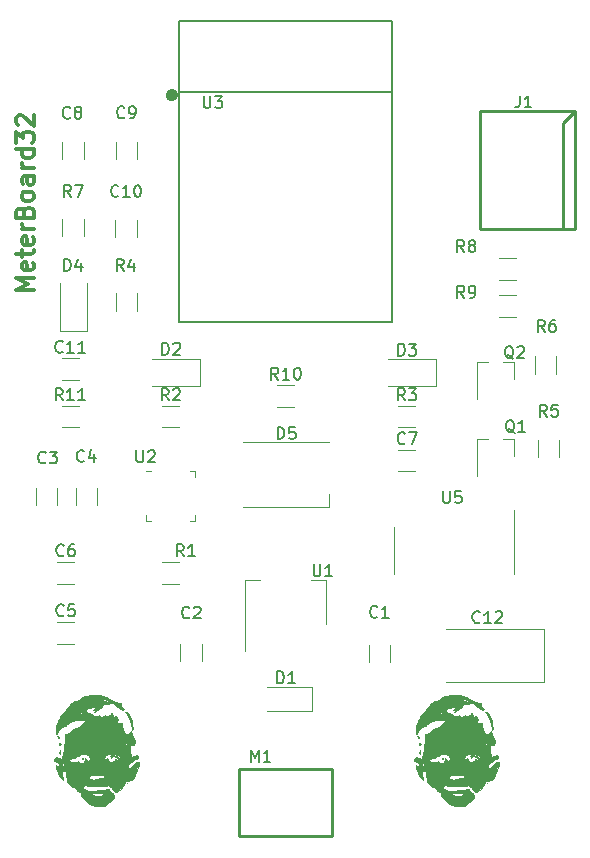
<source format=gbr>
%TF.GenerationSoftware,KiCad,Pcbnew,(5.1.9)-1*%
%TF.CreationDate,2021-04-27T12:53:02+02:00*%
%TF.ProjectId,MeterBoard32,4d657465-7242-46f6-9172-6433322e6b69,2*%
%TF.SameCoordinates,Original*%
%TF.FileFunction,Legend,Top*%
%TF.FilePolarity,Positive*%
%FSLAX46Y46*%
G04 Gerber Fmt 4.6, Leading zero omitted, Abs format (unit mm)*
G04 Created by KiCad (PCBNEW (5.1.9)-1) date 2021-04-27 12:53:02*
%MOMM*%
%LPD*%
G01*
G04 APERTURE LIST*
%ADD10C,0.300000*%
%ADD11C,0.010000*%
%ADD12C,0.500000*%
%ADD13C,0.150000*%
%ADD14C,0.120000*%
%ADD15C,0.250000*%
G04 APERTURE END LIST*
D10*
X81098175Y-48403395D02*
X79598175Y-48403395D01*
X80669604Y-47903395D01*
X79598175Y-47403395D01*
X81098175Y-47403395D01*
X81026746Y-46117681D02*
X81098175Y-46260538D01*
X81098175Y-46546253D01*
X81026746Y-46689110D01*
X80883889Y-46760538D01*
X80312461Y-46760538D01*
X80169604Y-46689110D01*
X80098175Y-46546253D01*
X80098175Y-46260538D01*
X80169604Y-46117681D01*
X80312461Y-46046253D01*
X80455318Y-46046253D01*
X80598175Y-46760538D01*
X80098175Y-45617681D02*
X80098175Y-45046253D01*
X79598175Y-45403395D02*
X80883889Y-45403395D01*
X81026746Y-45331967D01*
X81098175Y-45189110D01*
X81098175Y-45046253D01*
X81026746Y-43974824D02*
X81098175Y-44117681D01*
X81098175Y-44403395D01*
X81026746Y-44546253D01*
X80883889Y-44617681D01*
X80312461Y-44617681D01*
X80169604Y-44546253D01*
X80098175Y-44403395D01*
X80098175Y-44117681D01*
X80169604Y-43974824D01*
X80312461Y-43903395D01*
X80455318Y-43903395D01*
X80598175Y-44617681D01*
X81098175Y-43260538D02*
X80098175Y-43260538D01*
X80383889Y-43260538D02*
X80241032Y-43189110D01*
X80169604Y-43117681D01*
X80098175Y-42974824D01*
X80098175Y-42831967D01*
X80312461Y-41831967D02*
X80383889Y-41617681D01*
X80455318Y-41546253D01*
X80598175Y-41474824D01*
X80812461Y-41474824D01*
X80955318Y-41546253D01*
X81026746Y-41617681D01*
X81098175Y-41760538D01*
X81098175Y-42331967D01*
X79598175Y-42331967D01*
X79598175Y-41831967D01*
X79669604Y-41689110D01*
X79741032Y-41617681D01*
X79883889Y-41546253D01*
X80026746Y-41546253D01*
X80169604Y-41617681D01*
X80241032Y-41689110D01*
X80312461Y-41831967D01*
X80312461Y-42331967D01*
X81098175Y-40617681D02*
X81026746Y-40760538D01*
X80955318Y-40831967D01*
X80812461Y-40903395D01*
X80383889Y-40903395D01*
X80241032Y-40831967D01*
X80169604Y-40760538D01*
X80098175Y-40617681D01*
X80098175Y-40403395D01*
X80169604Y-40260538D01*
X80241032Y-40189110D01*
X80383889Y-40117681D01*
X80812461Y-40117681D01*
X80955318Y-40189110D01*
X81026746Y-40260538D01*
X81098175Y-40403395D01*
X81098175Y-40617681D01*
X81098175Y-38831967D02*
X80312461Y-38831967D01*
X80169604Y-38903395D01*
X80098175Y-39046253D01*
X80098175Y-39331967D01*
X80169604Y-39474824D01*
X81026746Y-38831967D02*
X81098175Y-38974824D01*
X81098175Y-39331967D01*
X81026746Y-39474824D01*
X80883889Y-39546253D01*
X80741032Y-39546253D01*
X80598175Y-39474824D01*
X80526746Y-39331967D01*
X80526746Y-38974824D01*
X80455318Y-38831967D01*
X81098175Y-38117681D02*
X80098175Y-38117681D01*
X80383889Y-38117681D02*
X80241032Y-38046253D01*
X80169604Y-37974824D01*
X80098175Y-37831967D01*
X80098175Y-37689110D01*
X81098175Y-36546253D02*
X79598175Y-36546253D01*
X81026746Y-36546253D02*
X81098175Y-36689110D01*
X81098175Y-36974824D01*
X81026746Y-37117681D01*
X80955318Y-37189110D01*
X80812461Y-37260538D01*
X80383889Y-37260538D01*
X80241032Y-37189110D01*
X80169604Y-37117681D01*
X80098175Y-36974824D01*
X80098175Y-36689110D01*
X80169604Y-36546253D01*
X79598175Y-35974824D02*
X79598175Y-35046253D01*
X80169604Y-35546253D01*
X80169604Y-35331967D01*
X80241032Y-35189110D01*
X80312461Y-35117681D01*
X80455318Y-35046253D01*
X80812461Y-35046253D01*
X80955318Y-35117681D01*
X81026746Y-35189110D01*
X81098175Y-35331967D01*
X81098175Y-35760538D01*
X81026746Y-35903395D01*
X80955318Y-35974824D01*
X79741032Y-34474824D02*
X79669604Y-34403395D01*
X79598175Y-34260538D01*
X79598175Y-33903395D01*
X79669604Y-33760538D01*
X79741032Y-33689110D01*
X79883889Y-33617681D01*
X80026746Y-33617681D01*
X80241032Y-33689110D01*
X81098175Y-34546253D01*
X81098175Y-33617681D01*
D11*
%TO.C,G1*%
G36*
X117130817Y-82741107D02*
G01*
X117428457Y-82794786D01*
X117680236Y-82879932D01*
X117872675Y-82994948D01*
X117873172Y-82995355D01*
X118006265Y-83089871D01*
X118151698Y-83172207D01*
X118211976Y-83199077D01*
X118322674Y-83244243D01*
X118403761Y-83281174D01*
X118422615Y-83291608D01*
X118488673Y-83320003D01*
X118605355Y-83357527D01*
X118746946Y-83396547D01*
X118885217Y-83428909D01*
X118958615Y-83452568D01*
X118965258Y-83486243D01*
X118951705Y-83505516D01*
X118929995Y-83563532D01*
X118946177Y-83583081D01*
X118988873Y-83627269D01*
X119055715Y-83714139D01*
X119100806Y-83778605D01*
X119216541Y-83950092D01*
X119118286Y-83974752D01*
X119045130Y-83980862D01*
X118966643Y-83956899D01*
X118871055Y-83895457D01*
X118746595Y-83789129D01*
X118599595Y-83648372D01*
X118481902Y-83535878D01*
X118397710Y-83468949D01*
X118326795Y-83436390D01*
X118248934Y-83427007D01*
X118200647Y-83427520D01*
X118086151Y-83436376D01*
X118003463Y-83452514D01*
X117988342Y-83458968D01*
X117928013Y-83476467D01*
X117817430Y-83493792D01*
X117722332Y-83503543D01*
X117545659Y-83529950D01*
X117437638Y-83577206D01*
X117390578Y-83649431D01*
X117387077Y-83683231D01*
X117353014Y-83774421D01*
X117248644Y-83839562D01*
X117181271Y-83860280D01*
X117083970Y-83910864D01*
X116996086Y-83996254D01*
X116992794Y-84000781D01*
X116901960Y-84098551D01*
X116798571Y-84172909D01*
X116722207Y-84209756D01*
X116700381Y-84202853D01*
X116718270Y-84144467D01*
X116722531Y-84133242D01*
X116741445Y-84062178D01*
X116709542Y-84037447D01*
X116654813Y-84034923D01*
X116583109Y-84030794D01*
X116580394Y-84007121D01*
X116617962Y-83966539D01*
X116704425Y-83904816D01*
X116809591Y-83856385D01*
X116899411Y-83813241D01*
X116949208Y-83765490D01*
X116950246Y-83762800D01*
X116941541Y-83736740D01*
X116887535Y-83727681D01*
X116780741Y-83736251D01*
X116613673Y-83763077D01*
X116378843Y-83808786D01*
X116363394Y-83811946D01*
X116163694Y-83862612D01*
X116039157Y-83919281D01*
X115986831Y-83985472D01*
X116003763Y-84064700D01*
X116077941Y-84152099D01*
X116140646Y-84217709D01*
X116149677Y-84262253D01*
X116110957Y-84315224D01*
X116110745Y-84315458D01*
X116069607Y-84377505D01*
X116068604Y-84409784D01*
X116102747Y-84397281D01*
X116154479Y-84335981D01*
X116157525Y-84331391D01*
X116228051Y-84253717D01*
X116289888Y-84234298D01*
X116327312Y-84274741D01*
X116332000Y-84313575D01*
X116341627Y-84367794D01*
X116385319Y-84383934D01*
X116468769Y-84374647D01*
X116561243Y-84366189D01*
X116599617Y-84386930D01*
X116605538Y-84423968D01*
X116638863Y-84495315D01*
X116725968Y-84535626D01*
X116847546Y-84541549D01*
X116984291Y-84509732D01*
X117018288Y-84495623D01*
X117099451Y-84468743D01*
X117149629Y-84489455D01*
X117170962Y-84515147D01*
X117260645Y-84578352D01*
X117380725Y-84579100D01*
X117515249Y-84517858D01*
X117534120Y-84504517D01*
X117659975Y-84411468D01*
X117755095Y-84500828D01*
X117842004Y-84557910D01*
X117906528Y-84554846D01*
X117933996Y-84492880D01*
X117934154Y-84485660D01*
X117963763Y-84449035D01*
X118002944Y-84450998D01*
X118063460Y-84439032D01*
X118112664Y-84360015D01*
X118118252Y-84345750D01*
X118169460Y-84258331D01*
X118220860Y-84245170D01*
X118261304Y-84303198D01*
X118277582Y-84389625D01*
X118293365Y-84525432D01*
X118315777Y-84592643D01*
X118351234Y-84600815D01*
X118397199Y-84567781D01*
X118492845Y-84510584D01*
X118576809Y-84527383D01*
X118654847Y-84620014D01*
X118674672Y-84656345D01*
X118752471Y-84808843D01*
X118670438Y-84913132D01*
X118619786Y-85003347D01*
X118636775Y-85062339D01*
X118723539Y-85092076D01*
X118868004Y-85095234D01*
X118982013Y-85095157D01*
X119051012Y-85117799D01*
X119086439Y-85178262D01*
X119099733Y-85291648D01*
X119101947Y-85404111D01*
X119116468Y-85558891D01*
X119163598Y-85710557D01*
X119252410Y-85885768D01*
X119284173Y-85939676D01*
X119353887Y-86028985D01*
X119436487Y-86063506D01*
X119489237Y-86066676D01*
X119596274Y-86042182D01*
X119702638Y-85981000D01*
X119782354Y-85902147D01*
X119809846Y-85831932D01*
X119820232Y-85793799D01*
X119843320Y-85811165D01*
X119867001Y-85865417D01*
X119879169Y-85937942D01*
X119879187Y-85938530D01*
X119896626Y-86029158D01*
X119939222Y-86160964D01*
X119996031Y-86301385D01*
X120078574Y-86495494D01*
X120126759Y-86637567D01*
X120144258Y-86743848D01*
X120134741Y-86830578D01*
X120123492Y-86865288D01*
X120070343Y-86936983D01*
X119998268Y-86966545D01*
X119935156Y-86947053D01*
X119915712Y-86916846D01*
X119881547Y-86902796D01*
X119812703Y-86956780D01*
X119806359Y-86963310D01*
X119747445Y-87044537D01*
X119721405Y-87145766D01*
X119717774Y-87258634D01*
X119730375Y-87413224D01*
X119758638Y-87565280D01*
X119772275Y-87612708D01*
X119804081Y-87733794D01*
X119817581Y-87838791D01*
X119817191Y-87856044D01*
X119838010Y-87940393D01*
X119907276Y-87973011D01*
X120010783Y-87948886D01*
X120038894Y-87934240D01*
X120196193Y-87860529D01*
X120312221Y-87846673D01*
X120395600Y-87892369D01*
X120417714Y-87920913D01*
X120457885Y-88017898D01*
X120434317Y-88080117D01*
X120363549Y-88098923D01*
X120302437Y-88120936D01*
X120198783Y-88179480D01*
X120071897Y-88263313D01*
X120031481Y-88292229D01*
X119904168Y-88378662D01*
X119796663Y-88440040D01*
X119726899Y-88466519D01*
X119715124Y-88465887D01*
X119678066Y-88488234D01*
X119638294Y-88566187D01*
X119603227Y-88677854D01*
X119580283Y-88801345D01*
X119575384Y-88878227D01*
X119599191Y-88939312D01*
X119660736Y-88949979D01*
X119745204Y-88917657D01*
X119837780Y-88849776D01*
X119923648Y-88753763D01*
X119968072Y-88681316D01*
X120056042Y-88556655D01*
X120181121Y-88470347D01*
X120360690Y-88411640D01*
X120425833Y-88398170D01*
X120511257Y-88386454D01*
X120539213Y-88406847D01*
X120528581Y-88474753D01*
X120527098Y-88480795D01*
X120481607Y-88645660D01*
X120419246Y-88845040D01*
X120346728Y-89060103D01*
X120270767Y-89272014D01*
X120198075Y-89461942D01*
X120135365Y-89611053D01*
X120096400Y-89689144D01*
X119964481Y-89850709D01*
X119798792Y-89955529D01*
X119615622Y-89994868D01*
X119536307Y-89989594D01*
X119446921Y-89982459D01*
X119390870Y-90008034D01*
X119339955Y-90083174D01*
X119321384Y-90118058D01*
X119110504Y-90464216D01*
X118871407Y-90753787D01*
X118835854Y-90789344D01*
X118732432Y-90884144D01*
X118657159Y-90931867D01*
X118586441Y-90944003D01*
X118530519Y-90938056D01*
X118384324Y-90875776D01*
X118263943Y-90744167D01*
X118208750Y-90638718D01*
X118157011Y-90564020D01*
X118074169Y-90484372D01*
X117985076Y-90419879D01*
X117914582Y-90390648D01*
X117902828Y-90391195D01*
X117856567Y-90394678D01*
X117745584Y-90400381D01*
X117583257Y-90407696D01*
X117382966Y-90416011D01*
X117211230Y-90422715D01*
X116985493Y-90432294D01*
X116782319Y-90442782D01*
X116616625Y-90453265D01*
X116503332Y-90462827D01*
X116462472Y-90468654D01*
X116377821Y-90465559D01*
X116259620Y-90434098D01*
X116200369Y-90410760D01*
X116027383Y-90357833D01*
X115893023Y-90367223D01*
X115801855Y-90438019D01*
X115774005Y-90495829D01*
X115764800Y-90611423D01*
X115817622Y-90689753D01*
X115917782Y-90717077D01*
X116013092Y-90739247D01*
X116093178Y-90780944D01*
X116201828Y-90822032D01*
X116374905Y-90843091D01*
X116601138Y-90843537D01*
X116869257Y-90822785D01*
X116879077Y-90821689D01*
X117021292Y-90805903D01*
X117206547Y-90785683D01*
X117400158Y-90764808D01*
X117445692Y-90759941D01*
X117612897Y-90740328D01*
X117757901Y-90720112D01*
X117857553Y-90702641D01*
X117879597Y-90697152D01*
X117939897Y-90695443D01*
X118003459Y-90737774D01*
X118087586Y-90835891D01*
X118091525Y-90841013D01*
X118173317Y-90943801D01*
X118241951Y-91023396D01*
X118269041Y-91050584D01*
X118315095Y-91112244D01*
X118365494Y-91210555D01*
X118372191Y-91226430D01*
X118402385Y-91338157D01*
X118386784Y-91435745D01*
X118317915Y-91534204D01*
X118188308Y-91648543D01*
X118145809Y-91681165D01*
X118003244Y-91792250D01*
X117853060Y-91914684D01*
X117782113Y-91974916D01*
X117610535Y-92123846D01*
X117136765Y-92123846D01*
X116925454Y-92121992D01*
X116774212Y-92114863D01*
X116665011Y-92100112D01*
X116579821Y-92075393D01*
X116507267Y-92041888D01*
X116310609Y-91924512D01*
X116117480Y-91784610D01*
X115939617Y-91633418D01*
X115788757Y-91482171D01*
X115676637Y-91342104D01*
X115614993Y-91224451D01*
X115606792Y-91179915D01*
X115571283Y-91076807D01*
X116538300Y-91076807D01*
X116564171Y-91139068D01*
X116638722Y-91202500D01*
X116748158Y-91259173D01*
X116878678Y-91301159D01*
X117016488Y-91320526D01*
X117088559Y-91318837D01*
X117217310Y-91300404D01*
X117322619Y-91274086D01*
X117352329Y-91261837D01*
X117414420Y-91196273D01*
X117418321Y-91117794D01*
X117365190Y-91056698D01*
X117344140Y-91048006D01*
X117254286Y-91037283D01*
X117130989Y-91042505D01*
X117093605Y-91047247D01*
X116973479Y-91055166D01*
X116905500Y-91037947D01*
X116899774Y-91031567D01*
X116844467Y-91003008D01*
X116747734Y-90992229D01*
X116644445Y-91000079D01*
X116574907Y-91023646D01*
X116538300Y-91076807D01*
X115571283Y-91076807D01*
X115568524Y-91068796D01*
X115470008Y-90967625D01*
X115342831Y-90899851D01*
X115295458Y-90862077D01*
X115296461Y-90834308D01*
X115288069Y-90789498D01*
X115259169Y-90770970D01*
X115211024Y-90721669D01*
X115207846Y-90689261D01*
X115179341Y-90636136D01*
X115081486Y-90579769D01*
X115049233Y-90566707D01*
X114905008Y-90495775D01*
X114760472Y-90398062D01*
X114628318Y-90286023D01*
X114521242Y-90172114D01*
X114451937Y-90068790D01*
X114433100Y-89988505D01*
X114440161Y-89969127D01*
X114434973Y-89937104D01*
X114425177Y-89935539D01*
X114405269Y-89899710D01*
X114385442Y-89805038D01*
X114370777Y-89681275D01*
X116270555Y-89681275D01*
X116280409Y-89764476D01*
X116364715Y-89827469D01*
X116410629Y-89845410D01*
X116633487Y-89890718D01*
X116840044Y-89873365D01*
X116905840Y-89851859D01*
X117001378Y-89825565D01*
X117143117Y-89800600D01*
X117289384Y-89783475D01*
X117435324Y-89767820D01*
X117520071Y-89748479D01*
X117560550Y-89719365D01*
X117572902Y-89681539D01*
X117552944Y-89611384D01*
X117466890Y-89546622D01*
X117444296Y-89535000D01*
X117297298Y-89480238D01*
X117158381Y-89475764D01*
X116994865Y-89519479D01*
X116879473Y-89548604D01*
X116782627Y-89535546D01*
X116740865Y-89519526D01*
X116570146Y-89471131D01*
X116435533Y-89489253D01*
X116333349Y-89571467D01*
X116270555Y-89681275D01*
X114370777Y-89681275D01*
X114369528Y-89670743D01*
X114367613Y-89647014D01*
X114341856Y-89446639D01*
X114300336Y-89286174D01*
X114247517Y-89176572D01*
X114187864Y-89128786D01*
X114157393Y-89131294D01*
X114065565Y-89152248D01*
X114037783Y-89154000D01*
X114007707Y-89165074D01*
X113992409Y-89208306D01*
X113989958Y-89298711D01*
X113998421Y-89451305D01*
X113998812Y-89456846D01*
X114012807Y-89616665D01*
X114029797Y-89757193D01*
X114046368Y-89850703D01*
X114048149Y-89857385D01*
X114056551Y-89903482D01*
X114037865Y-89907017D01*
X113982569Y-89863292D01*
X113896822Y-89782720D01*
X113779504Y-89654745D01*
X113710491Y-89534065D01*
X113676429Y-89418258D01*
X113642531Y-89286782D01*
X113604213Y-89175367D01*
X113588329Y-89141230D01*
X113547508Y-89053433D01*
X113498398Y-88929404D01*
X113477335Y-88870692D01*
X113442585Y-88756931D01*
X113439096Y-88699885D01*
X113463544Y-88685077D01*
X113527522Y-88711562D01*
X113538000Y-88724154D01*
X113589394Y-88755036D01*
X113666053Y-88761820D01*
X113732018Y-88745676D01*
X113752923Y-88717159D01*
X113734957Y-88614089D01*
X113724745Y-88590227D01*
X113980543Y-88590227D01*
X113980851Y-88665820D01*
X113991544Y-88692850D01*
X114048269Y-88748759D01*
X114103839Y-88734680D01*
X114134147Y-88662478D01*
X114122838Y-88568409D01*
X114104096Y-88528769D01*
X114071350Y-88509231D01*
X114143692Y-88509231D01*
X114163230Y-88528769D01*
X114182769Y-88509231D01*
X114163230Y-88489692D01*
X114143692Y-88509231D01*
X114071350Y-88509231D01*
X114056711Y-88500497D01*
X114010678Y-88528051D01*
X113980543Y-88590227D01*
X113724745Y-88590227D01*
X113690744Y-88510785D01*
X113634809Y-88434597D01*
X113590604Y-88411539D01*
X113512370Y-88396735D01*
X113405380Y-88361789D01*
X113311081Y-88320893D01*
X113289874Y-88308552D01*
X113291967Y-88269720D01*
X113298169Y-88246173D01*
X114612795Y-88246173D01*
X114627890Y-88313213D01*
X114683224Y-88352554D01*
X114789599Y-88378099D01*
X114930399Y-88392416D01*
X115075382Y-88394633D01*
X115194307Y-88383877D01*
X115244768Y-88368757D01*
X115317567Y-88349446D01*
X115389459Y-88387386D01*
X115407610Y-88403217D01*
X115531726Y-88494523D01*
X115640832Y-88520335D01*
X115754668Y-88485164D01*
X115758184Y-88483309D01*
X115877616Y-88390316D01*
X115923009Y-88276249D01*
X115917879Y-88206385D01*
X115915228Y-88122417D01*
X115952755Y-88103273D01*
X116027360Y-88148699D01*
X116102548Y-88221517D01*
X116173812Y-88292776D01*
X116218953Y-88328429D01*
X116225688Y-88328979D01*
X116291319Y-88206236D01*
X116323376Y-88121212D01*
X116325904Y-88099400D01*
X117585760Y-88099400D01*
X117611555Y-88129053D01*
X117688392Y-88121622D01*
X117711039Y-88117420D01*
X117802160Y-88106469D01*
X117845333Y-88131589D01*
X117868390Y-88209742D01*
X117869209Y-88213815D01*
X117926529Y-88324853D01*
X118034406Y-88391672D01*
X118175504Y-88408763D01*
X118332484Y-88370614D01*
X118345078Y-88365071D01*
X118439335Y-88281865D01*
X118470193Y-88202955D01*
X118489630Y-88127212D01*
X118512649Y-88119494D01*
X118543895Y-88156468D01*
X118615007Y-88205947D01*
X118694156Y-88200609D01*
X118768277Y-88169238D01*
X118793846Y-88137256D01*
X118826703Y-88106482D01*
X118874865Y-88098923D01*
X118939785Y-88080990D01*
X118942956Y-88033599D01*
X118890314Y-87966363D01*
X118787799Y-87888894D01*
X118721183Y-87850125D01*
X118581640Y-87785338D01*
X118440020Y-87745965D01*
X118263686Y-87723895D01*
X118194022Y-87719128D01*
X118030126Y-87711759D01*
X117920247Y-87715914D01*
X117840623Y-87735467D01*
X117767493Y-87774290D01*
X117738769Y-87793328D01*
X117637034Y-87883691D01*
X117593343Y-87986598D01*
X117589585Y-88014514D01*
X117585760Y-88099400D01*
X116325904Y-88099400D01*
X116331997Y-88046843D01*
X116332000Y-88045167D01*
X116299777Y-87916006D01*
X116201392Y-87821859D01*
X116034272Y-87760620D01*
X115968546Y-87748060D01*
X115806812Y-87733615D01*
X115671906Y-87742916D01*
X115580856Y-87773148D01*
X115550461Y-87817191D01*
X115516239Y-87844748D01*
X115426121Y-87886584D01*
X115298932Y-87934064D01*
X115286692Y-87938191D01*
X115144730Y-87987508D01*
X115025684Y-88032177D01*
X114955233Y-88062560D01*
X114955068Y-88062648D01*
X114870232Y-88093758D01*
X114832535Y-88098923D01*
X114725601Y-88121220D01*
X114648860Y-88176239D01*
X114612795Y-88246173D01*
X113298169Y-88246173D01*
X113314330Y-88184827D01*
X113322212Y-88160157D01*
X113359657Y-88069522D01*
X113410761Y-88030049D01*
X113505644Y-88020835D01*
X113523048Y-88020769D01*
X113660916Y-88039729D01*
X113804882Y-88086580D01*
X113831487Y-88099133D01*
X113927547Y-88142372D01*
X113966034Y-88143144D01*
X113964359Y-88123465D01*
X113969785Y-88057367D01*
X114009469Y-87962363D01*
X114022095Y-87940401D01*
X114067927Y-87850301D01*
X114083505Y-87788125D01*
X114081302Y-87780201D01*
X114078065Y-87725486D01*
X114094163Y-87628836D01*
X114100885Y-87601594D01*
X114122051Y-87488907D01*
X114141264Y-87330844D01*
X114154600Y-87160155D01*
X114155265Y-87147543D01*
X114167226Y-86999658D01*
X114184946Y-86883631D01*
X114194212Y-86854390D01*
X119356797Y-86854390D01*
X119362079Y-86909097D01*
X119401037Y-86952082D01*
X119483912Y-86998696D01*
X119525732Y-86992342D01*
X119520950Y-86942958D01*
X119499864Y-86868510D01*
X119497230Y-86845266D01*
X119469217Y-86813205D01*
X119410469Y-86815991D01*
X119358923Y-86851159D01*
X119356797Y-86854390D01*
X114194212Y-86854390D01*
X114205028Y-86820262D01*
X114209520Y-86815390D01*
X114251170Y-86759830D01*
X114272309Y-86682509D01*
X114266110Y-86619241D01*
X114249856Y-86603798D01*
X114229221Y-86565815D01*
X114243453Y-86533540D01*
X114262725Y-86465724D01*
X114275918Y-86348538D01*
X114279679Y-86242840D01*
X114280461Y-86008450D01*
X114400078Y-86008379D01*
X114495947Y-85989184D01*
X114589947Y-85922387D01*
X114654078Y-85854785D01*
X114801099Y-85726370D01*
X115021504Y-85594227D01*
X115140154Y-85535494D01*
X115384490Y-85413792D01*
X115568780Y-85305175D01*
X115707614Y-85199548D01*
X115815583Y-85086814D01*
X115846761Y-85046554D01*
X115917958Y-84939563D01*
X115932516Y-84880257D01*
X115887896Y-84859917D01*
X115794692Y-84867775D01*
X115666834Y-84870822D01*
X115514565Y-84852658D01*
X115452769Y-84839064D01*
X115269386Y-84812475D01*
X115123723Y-84843718D01*
X115010362Y-84923467D01*
X114932903Y-84961776D01*
X114858445Y-84972769D01*
X114779612Y-84996138D01*
X114670940Y-85056222D01*
X114552593Y-85137984D01*
X114444735Y-85226389D01*
X114367530Y-85306403D01*
X114340925Y-85358654D01*
X114314073Y-85394299D01*
X114229810Y-85390515D01*
X114225254Y-85389620D01*
X114110729Y-85391939D01*
X114063563Y-85424534D01*
X113996273Y-85480360D01*
X113897129Y-85538395D01*
X113888409Y-85542613D01*
X113777332Y-85630976D01*
X113673763Y-85778561D01*
X113590303Y-85966601D01*
X113577844Y-86005073D01*
X113548077Y-86057421D01*
X113516716Y-86041811D01*
X113488592Y-85968176D01*
X113468535Y-85846448D01*
X113462956Y-85768809D01*
X113469661Y-85586585D01*
X113500332Y-85382850D01*
X113548916Y-85182645D01*
X113609359Y-85011006D01*
X113674292Y-84894616D01*
X113735598Y-84804729D01*
X113810347Y-84677824D01*
X113858443Y-84587776D01*
X113939788Y-84452136D01*
X114033506Y-84330018D01*
X114088171Y-84275161D01*
X114108470Y-84255371D01*
X115512828Y-84255371D01*
X115526391Y-84330283D01*
X115577673Y-84378894D01*
X115648367Y-84379734D01*
X115686120Y-84349336D01*
X115699186Y-84277186D01*
X115677591Y-84194485D01*
X115634211Y-84133466D01*
X115595029Y-84121340D01*
X115535366Y-84167246D01*
X115512828Y-84255371D01*
X114108470Y-84255371D01*
X114205952Y-84160338D01*
X114356930Y-83987483D01*
X114533770Y-83765388D01*
X114655266Y-83602675D01*
X116978253Y-83602675D01*
X116988055Y-83645306D01*
X117040097Y-83686064D01*
X117101063Y-83703103D01*
X117122473Y-83697247D01*
X117150085Y-83646394D01*
X117152615Y-83622309D01*
X117121997Y-83579778D01*
X117055807Y-83566524D01*
X116992538Y-83586880D01*
X116978253Y-83602675D01*
X114655266Y-83602675D01*
X114706847Y-83533596D01*
X114832339Y-83383177D01*
X114909472Y-83326168D01*
X116651040Y-83326168D01*
X116668648Y-83352601D01*
X116745195Y-83348446D01*
X116748252Y-83347736D01*
X116841589Y-83317719D01*
X116896010Y-83288068D01*
X116918651Y-83244728D01*
X116880955Y-83225087D01*
X116798732Y-83235238D01*
X116776500Y-83241987D01*
X116688336Y-83284260D01*
X116651040Y-83326168D01*
X114909472Y-83326168D01*
X114951691Y-83294964D01*
X115083801Y-83257129D01*
X115154585Y-83253385D01*
X115234852Y-83235221D01*
X115344073Y-83189115D01*
X115425308Y-83145923D01*
X117435727Y-83145923D01*
X117482813Y-83188429D01*
X117546445Y-83207847D01*
X117635098Y-83231860D01*
X117678200Y-83256694D01*
X117760450Y-83290084D01*
X117852929Y-83256110D01*
X117872053Y-83226290D01*
X117829445Y-83190933D01*
X117760234Y-83159016D01*
X117629283Y-83115295D01*
X117520255Y-83098415D01*
X117450268Y-83109067D01*
X117435727Y-83145923D01*
X115425308Y-83145923D01*
X115459686Y-83127645D01*
X115559127Y-83063388D01*
X115619836Y-83008922D01*
X115628615Y-82989132D01*
X115664595Y-82940020D01*
X115762034Y-82885673D01*
X115905177Y-82832956D01*
X116078270Y-82788730D01*
X116097538Y-82784859D01*
X116451878Y-82734546D01*
X116800798Y-82720495D01*
X117130817Y-82741107D01*
G37*
X117130817Y-82741107D02*
X117428457Y-82794786D01*
X117680236Y-82879932D01*
X117872675Y-82994948D01*
X117873172Y-82995355D01*
X118006265Y-83089871D01*
X118151698Y-83172207D01*
X118211976Y-83199077D01*
X118322674Y-83244243D01*
X118403761Y-83281174D01*
X118422615Y-83291608D01*
X118488673Y-83320003D01*
X118605355Y-83357527D01*
X118746946Y-83396547D01*
X118885217Y-83428909D01*
X118958615Y-83452568D01*
X118965258Y-83486243D01*
X118951705Y-83505516D01*
X118929995Y-83563532D01*
X118946177Y-83583081D01*
X118988873Y-83627269D01*
X119055715Y-83714139D01*
X119100806Y-83778605D01*
X119216541Y-83950092D01*
X119118286Y-83974752D01*
X119045130Y-83980862D01*
X118966643Y-83956899D01*
X118871055Y-83895457D01*
X118746595Y-83789129D01*
X118599595Y-83648372D01*
X118481902Y-83535878D01*
X118397710Y-83468949D01*
X118326795Y-83436390D01*
X118248934Y-83427007D01*
X118200647Y-83427520D01*
X118086151Y-83436376D01*
X118003463Y-83452514D01*
X117988342Y-83458968D01*
X117928013Y-83476467D01*
X117817430Y-83493792D01*
X117722332Y-83503543D01*
X117545659Y-83529950D01*
X117437638Y-83577206D01*
X117390578Y-83649431D01*
X117387077Y-83683231D01*
X117353014Y-83774421D01*
X117248644Y-83839562D01*
X117181271Y-83860280D01*
X117083970Y-83910864D01*
X116996086Y-83996254D01*
X116992794Y-84000781D01*
X116901960Y-84098551D01*
X116798571Y-84172909D01*
X116722207Y-84209756D01*
X116700381Y-84202853D01*
X116718270Y-84144467D01*
X116722531Y-84133242D01*
X116741445Y-84062178D01*
X116709542Y-84037447D01*
X116654813Y-84034923D01*
X116583109Y-84030794D01*
X116580394Y-84007121D01*
X116617962Y-83966539D01*
X116704425Y-83904816D01*
X116809591Y-83856385D01*
X116899411Y-83813241D01*
X116949208Y-83765490D01*
X116950246Y-83762800D01*
X116941541Y-83736740D01*
X116887535Y-83727681D01*
X116780741Y-83736251D01*
X116613673Y-83763077D01*
X116378843Y-83808786D01*
X116363394Y-83811946D01*
X116163694Y-83862612D01*
X116039157Y-83919281D01*
X115986831Y-83985472D01*
X116003763Y-84064700D01*
X116077941Y-84152099D01*
X116140646Y-84217709D01*
X116149677Y-84262253D01*
X116110957Y-84315224D01*
X116110745Y-84315458D01*
X116069607Y-84377505D01*
X116068604Y-84409784D01*
X116102747Y-84397281D01*
X116154479Y-84335981D01*
X116157525Y-84331391D01*
X116228051Y-84253717D01*
X116289888Y-84234298D01*
X116327312Y-84274741D01*
X116332000Y-84313575D01*
X116341627Y-84367794D01*
X116385319Y-84383934D01*
X116468769Y-84374647D01*
X116561243Y-84366189D01*
X116599617Y-84386930D01*
X116605538Y-84423968D01*
X116638863Y-84495315D01*
X116725968Y-84535626D01*
X116847546Y-84541549D01*
X116984291Y-84509732D01*
X117018288Y-84495623D01*
X117099451Y-84468743D01*
X117149629Y-84489455D01*
X117170962Y-84515147D01*
X117260645Y-84578352D01*
X117380725Y-84579100D01*
X117515249Y-84517858D01*
X117534120Y-84504517D01*
X117659975Y-84411468D01*
X117755095Y-84500828D01*
X117842004Y-84557910D01*
X117906528Y-84554846D01*
X117933996Y-84492880D01*
X117934154Y-84485660D01*
X117963763Y-84449035D01*
X118002944Y-84450998D01*
X118063460Y-84439032D01*
X118112664Y-84360015D01*
X118118252Y-84345750D01*
X118169460Y-84258331D01*
X118220860Y-84245170D01*
X118261304Y-84303198D01*
X118277582Y-84389625D01*
X118293365Y-84525432D01*
X118315777Y-84592643D01*
X118351234Y-84600815D01*
X118397199Y-84567781D01*
X118492845Y-84510584D01*
X118576809Y-84527383D01*
X118654847Y-84620014D01*
X118674672Y-84656345D01*
X118752471Y-84808843D01*
X118670438Y-84913132D01*
X118619786Y-85003347D01*
X118636775Y-85062339D01*
X118723539Y-85092076D01*
X118868004Y-85095234D01*
X118982013Y-85095157D01*
X119051012Y-85117799D01*
X119086439Y-85178262D01*
X119099733Y-85291648D01*
X119101947Y-85404111D01*
X119116468Y-85558891D01*
X119163598Y-85710557D01*
X119252410Y-85885768D01*
X119284173Y-85939676D01*
X119353887Y-86028985D01*
X119436487Y-86063506D01*
X119489237Y-86066676D01*
X119596274Y-86042182D01*
X119702638Y-85981000D01*
X119782354Y-85902147D01*
X119809846Y-85831932D01*
X119820232Y-85793799D01*
X119843320Y-85811165D01*
X119867001Y-85865417D01*
X119879169Y-85937942D01*
X119879187Y-85938530D01*
X119896626Y-86029158D01*
X119939222Y-86160964D01*
X119996031Y-86301385D01*
X120078574Y-86495494D01*
X120126759Y-86637567D01*
X120144258Y-86743848D01*
X120134741Y-86830578D01*
X120123492Y-86865288D01*
X120070343Y-86936983D01*
X119998268Y-86966545D01*
X119935156Y-86947053D01*
X119915712Y-86916846D01*
X119881547Y-86902796D01*
X119812703Y-86956780D01*
X119806359Y-86963310D01*
X119747445Y-87044537D01*
X119721405Y-87145766D01*
X119717774Y-87258634D01*
X119730375Y-87413224D01*
X119758638Y-87565280D01*
X119772275Y-87612708D01*
X119804081Y-87733794D01*
X119817581Y-87838791D01*
X119817191Y-87856044D01*
X119838010Y-87940393D01*
X119907276Y-87973011D01*
X120010783Y-87948886D01*
X120038894Y-87934240D01*
X120196193Y-87860529D01*
X120312221Y-87846673D01*
X120395600Y-87892369D01*
X120417714Y-87920913D01*
X120457885Y-88017898D01*
X120434317Y-88080117D01*
X120363549Y-88098923D01*
X120302437Y-88120936D01*
X120198783Y-88179480D01*
X120071897Y-88263313D01*
X120031481Y-88292229D01*
X119904168Y-88378662D01*
X119796663Y-88440040D01*
X119726899Y-88466519D01*
X119715124Y-88465887D01*
X119678066Y-88488234D01*
X119638294Y-88566187D01*
X119603227Y-88677854D01*
X119580283Y-88801345D01*
X119575384Y-88878227D01*
X119599191Y-88939312D01*
X119660736Y-88949979D01*
X119745204Y-88917657D01*
X119837780Y-88849776D01*
X119923648Y-88753763D01*
X119968072Y-88681316D01*
X120056042Y-88556655D01*
X120181121Y-88470347D01*
X120360690Y-88411640D01*
X120425833Y-88398170D01*
X120511257Y-88386454D01*
X120539213Y-88406847D01*
X120528581Y-88474753D01*
X120527098Y-88480795D01*
X120481607Y-88645660D01*
X120419246Y-88845040D01*
X120346728Y-89060103D01*
X120270767Y-89272014D01*
X120198075Y-89461942D01*
X120135365Y-89611053D01*
X120096400Y-89689144D01*
X119964481Y-89850709D01*
X119798792Y-89955529D01*
X119615622Y-89994868D01*
X119536307Y-89989594D01*
X119446921Y-89982459D01*
X119390870Y-90008034D01*
X119339955Y-90083174D01*
X119321384Y-90118058D01*
X119110504Y-90464216D01*
X118871407Y-90753787D01*
X118835854Y-90789344D01*
X118732432Y-90884144D01*
X118657159Y-90931867D01*
X118586441Y-90944003D01*
X118530519Y-90938056D01*
X118384324Y-90875776D01*
X118263943Y-90744167D01*
X118208750Y-90638718D01*
X118157011Y-90564020D01*
X118074169Y-90484372D01*
X117985076Y-90419879D01*
X117914582Y-90390648D01*
X117902828Y-90391195D01*
X117856567Y-90394678D01*
X117745584Y-90400381D01*
X117583257Y-90407696D01*
X117382966Y-90416011D01*
X117211230Y-90422715D01*
X116985493Y-90432294D01*
X116782319Y-90442782D01*
X116616625Y-90453265D01*
X116503332Y-90462827D01*
X116462472Y-90468654D01*
X116377821Y-90465559D01*
X116259620Y-90434098D01*
X116200369Y-90410760D01*
X116027383Y-90357833D01*
X115893023Y-90367223D01*
X115801855Y-90438019D01*
X115774005Y-90495829D01*
X115764800Y-90611423D01*
X115817622Y-90689753D01*
X115917782Y-90717077D01*
X116013092Y-90739247D01*
X116093178Y-90780944D01*
X116201828Y-90822032D01*
X116374905Y-90843091D01*
X116601138Y-90843537D01*
X116869257Y-90822785D01*
X116879077Y-90821689D01*
X117021292Y-90805903D01*
X117206547Y-90785683D01*
X117400158Y-90764808D01*
X117445692Y-90759941D01*
X117612897Y-90740328D01*
X117757901Y-90720112D01*
X117857553Y-90702641D01*
X117879597Y-90697152D01*
X117939897Y-90695443D01*
X118003459Y-90737774D01*
X118087586Y-90835891D01*
X118091525Y-90841013D01*
X118173317Y-90943801D01*
X118241951Y-91023396D01*
X118269041Y-91050584D01*
X118315095Y-91112244D01*
X118365494Y-91210555D01*
X118372191Y-91226430D01*
X118402385Y-91338157D01*
X118386784Y-91435745D01*
X118317915Y-91534204D01*
X118188308Y-91648543D01*
X118145809Y-91681165D01*
X118003244Y-91792250D01*
X117853060Y-91914684D01*
X117782113Y-91974916D01*
X117610535Y-92123846D01*
X117136765Y-92123846D01*
X116925454Y-92121992D01*
X116774212Y-92114863D01*
X116665011Y-92100112D01*
X116579821Y-92075393D01*
X116507267Y-92041888D01*
X116310609Y-91924512D01*
X116117480Y-91784610D01*
X115939617Y-91633418D01*
X115788757Y-91482171D01*
X115676637Y-91342104D01*
X115614993Y-91224451D01*
X115606792Y-91179915D01*
X115571283Y-91076807D01*
X116538300Y-91076807D01*
X116564171Y-91139068D01*
X116638722Y-91202500D01*
X116748158Y-91259173D01*
X116878678Y-91301159D01*
X117016488Y-91320526D01*
X117088559Y-91318837D01*
X117217310Y-91300404D01*
X117322619Y-91274086D01*
X117352329Y-91261837D01*
X117414420Y-91196273D01*
X117418321Y-91117794D01*
X117365190Y-91056698D01*
X117344140Y-91048006D01*
X117254286Y-91037283D01*
X117130989Y-91042505D01*
X117093605Y-91047247D01*
X116973479Y-91055166D01*
X116905500Y-91037947D01*
X116899774Y-91031567D01*
X116844467Y-91003008D01*
X116747734Y-90992229D01*
X116644445Y-91000079D01*
X116574907Y-91023646D01*
X116538300Y-91076807D01*
X115571283Y-91076807D01*
X115568524Y-91068796D01*
X115470008Y-90967625D01*
X115342831Y-90899851D01*
X115295458Y-90862077D01*
X115296461Y-90834308D01*
X115288069Y-90789498D01*
X115259169Y-90770970D01*
X115211024Y-90721669D01*
X115207846Y-90689261D01*
X115179341Y-90636136D01*
X115081486Y-90579769D01*
X115049233Y-90566707D01*
X114905008Y-90495775D01*
X114760472Y-90398062D01*
X114628318Y-90286023D01*
X114521242Y-90172114D01*
X114451937Y-90068790D01*
X114433100Y-89988505D01*
X114440161Y-89969127D01*
X114434973Y-89937104D01*
X114425177Y-89935539D01*
X114405269Y-89899710D01*
X114385442Y-89805038D01*
X114370777Y-89681275D01*
X116270555Y-89681275D01*
X116280409Y-89764476D01*
X116364715Y-89827469D01*
X116410629Y-89845410D01*
X116633487Y-89890718D01*
X116840044Y-89873365D01*
X116905840Y-89851859D01*
X117001378Y-89825565D01*
X117143117Y-89800600D01*
X117289384Y-89783475D01*
X117435324Y-89767820D01*
X117520071Y-89748479D01*
X117560550Y-89719365D01*
X117572902Y-89681539D01*
X117552944Y-89611384D01*
X117466890Y-89546622D01*
X117444296Y-89535000D01*
X117297298Y-89480238D01*
X117158381Y-89475764D01*
X116994865Y-89519479D01*
X116879473Y-89548604D01*
X116782627Y-89535546D01*
X116740865Y-89519526D01*
X116570146Y-89471131D01*
X116435533Y-89489253D01*
X116333349Y-89571467D01*
X116270555Y-89681275D01*
X114370777Y-89681275D01*
X114369528Y-89670743D01*
X114367613Y-89647014D01*
X114341856Y-89446639D01*
X114300336Y-89286174D01*
X114247517Y-89176572D01*
X114187864Y-89128786D01*
X114157393Y-89131294D01*
X114065565Y-89152248D01*
X114037783Y-89154000D01*
X114007707Y-89165074D01*
X113992409Y-89208306D01*
X113989958Y-89298711D01*
X113998421Y-89451305D01*
X113998812Y-89456846D01*
X114012807Y-89616665D01*
X114029797Y-89757193D01*
X114046368Y-89850703D01*
X114048149Y-89857385D01*
X114056551Y-89903482D01*
X114037865Y-89907017D01*
X113982569Y-89863292D01*
X113896822Y-89782720D01*
X113779504Y-89654745D01*
X113710491Y-89534065D01*
X113676429Y-89418258D01*
X113642531Y-89286782D01*
X113604213Y-89175367D01*
X113588329Y-89141230D01*
X113547508Y-89053433D01*
X113498398Y-88929404D01*
X113477335Y-88870692D01*
X113442585Y-88756931D01*
X113439096Y-88699885D01*
X113463544Y-88685077D01*
X113527522Y-88711562D01*
X113538000Y-88724154D01*
X113589394Y-88755036D01*
X113666053Y-88761820D01*
X113732018Y-88745676D01*
X113752923Y-88717159D01*
X113734957Y-88614089D01*
X113724745Y-88590227D01*
X113980543Y-88590227D01*
X113980851Y-88665820D01*
X113991544Y-88692850D01*
X114048269Y-88748759D01*
X114103839Y-88734680D01*
X114134147Y-88662478D01*
X114122838Y-88568409D01*
X114104096Y-88528769D01*
X114071350Y-88509231D01*
X114143692Y-88509231D01*
X114163230Y-88528769D01*
X114182769Y-88509231D01*
X114163230Y-88489692D01*
X114143692Y-88509231D01*
X114071350Y-88509231D01*
X114056711Y-88500497D01*
X114010678Y-88528051D01*
X113980543Y-88590227D01*
X113724745Y-88590227D01*
X113690744Y-88510785D01*
X113634809Y-88434597D01*
X113590604Y-88411539D01*
X113512370Y-88396735D01*
X113405380Y-88361789D01*
X113311081Y-88320893D01*
X113289874Y-88308552D01*
X113291967Y-88269720D01*
X113298169Y-88246173D01*
X114612795Y-88246173D01*
X114627890Y-88313213D01*
X114683224Y-88352554D01*
X114789599Y-88378099D01*
X114930399Y-88392416D01*
X115075382Y-88394633D01*
X115194307Y-88383877D01*
X115244768Y-88368757D01*
X115317567Y-88349446D01*
X115389459Y-88387386D01*
X115407610Y-88403217D01*
X115531726Y-88494523D01*
X115640832Y-88520335D01*
X115754668Y-88485164D01*
X115758184Y-88483309D01*
X115877616Y-88390316D01*
X115923009Y-88276249D01*
X115917879Y-88206385D01*
X115915228Y-88122417D01*
X115952755Y-88103273D01*
X116027360Y-88148699D01*
X116102548Y-88221517D01*
X116173812Y-88292776D01*
X116218953Y-88328429D01*
X116225688Y-88328979D01*
X116291319Y-88206236D01*
X116323376Y-88121212D01*
X116325904Y-88099400D01*
X117585760Y-88099400D01*
X117611555Y-88129053D01*
X117688392Y-88121622D01*
X117711039Y-88117420D01*
X117802160Y-88106469D01*
X117845333Y-88131589D01*
X117868390Y-88209742D01*
X117869209Y-88213815D01*
X117926529Y-88324853D01*
X118034406Y-88391672D01*
X118175504Y-88408763D01*
X118332484Y-88370614D01*
X118345078Y-88365071D01*
X118439335Y-88281865D01*
X118470193Y-88202955D01*
X118489630Y-88127212D01*
X118512649Y-88119494D01*
X118543895Y-88156468D01*
X118615007Y-88205947D01*
X118694156Y-88200609D01*
X118768277Y-88169238D01*
X118793846Y-88137256D01*
X118826703Y-88106482D01*
X118874865Y-88098923D01*
X118939785Y-88080990D01*
X118942956Y-88033599D01*
X118890314Y-87966363D01*
X118787799Y-87888894D01*
X118721183Y-87850125D01*
X118581640Y-87785338D01*
X118440020Y-87745965D01*
X118263686Y-87723895D01*
X118194022Y-87719128D01*
X118030126Y-87711759D01*
X117920247Y-87715914D01*
X117840623Y-87735467D01*
X117767493Y-87774290D01*
X117738769Y-87793328D01*
X117637034Y-87883691D01*
X117593343Y-87986598D01*
X117589585Y-88014514D01*
X117585760Y-88099400D01*
X116325904Y-88099400D01*
X116331997Y-88046843D01*
X116332000Y-88045167D01*
X116299777Y-87916006D01*
X116201392Y-87821859D01*
X116034272Y-87760620D01*
X115968546Y-87748060D01*
X115806812Y-87733615D01*
X115671906Y-87742916D01*
X115580856Y-87773148D01*
X115550461Y-87817191D01*
X115516239Y-87844748D01*
X115426121Y-87886584D01*
X115298932Y-87934064D01*
X115286692Y-87938191D01*
X115144730Y-87987508D01*
X115025684Y-88032177D01*
X114955233Y-88062560D01*
X114955068Y-88062648D01*
X114870232Y-88093758D01*
X114832535Y-88098923D01*
X114725601Y-88121220D01*
X114648860Y-88176239D01*
X114612795Y-88246173D01*
X113298169Y-88246173D01*
X113314330Y-88184827D01*
X113322212Y-88160157D01*
X113359657Y-88069522D01*
X113410761Y-88030049D01*
X113505644Y-88020835D01*
X113523048Y-88020769D01*
X113660916Y-88039729D01*
X113804882Y-88086580D01*
X113831487Y-88099133D01*
X113927547Y-88142372D01*
X113966034Y-88143144D01*
X113964359Y-88123465D01*
X113969785Y-88057367D01*
X114009469Y-87962363D01*
X114022095Y-87940401D01*
X114067927Y-87850301D01*
X114083505Y-87788125D01*
X114081302Y-87780201D01*
X114078065Y-87725486D01*
X114094163Y-87628836D01*
X114100885Y-87601594D01*
X114122051Y-87488907D01*
X114141264Y-87330844D01*
X114154600Y-87160155D01*
X114155265Y-87147543D01*
X114167226Y-86999658D01*
X114184946Y-86883631D01*
X114194212Y-86854390D01*
X119356797Y-86854390D01*
X119362079Y-86909097D01*
X119401037Y-86952082D01*
X119483912Y-86998696D01*
X119525732Y-86992342D01*
X119520950Y-86942958D01*
X119499864Y-86868510D01*
X119497230Y-86845266D01*
X119469217Y-86813205D01*
X119410469Y-86815991D01*
X119358923Y-86851159D01*
X119356797Y-86854390D01*
X114194212Y-86854390D01*
X114205028Y-86820262D01*
X114209520Y-86815390D01*
X114251170Y-86759830D01*
X114272309Y-86682509D01*
X114266110Y-86619241D01*
X114249856Y-86603798D01*
X114229221Y-86565815D01*
X114243453Y-86533540D01*
X114262725Y-86465724D01*
X114275918Y-86348538D01*
X114279679Y-86242840D01*
X114280461Y-86008450D01*
X114400078Y-86008379D01*
X114495947Y-85989184D01*
X114589947Y-85922387D01*
X114654078Y-85854785D01*
X114801099Y-85726370D01*
X115021504Y-85594227D01*
X115140154Y-85535494D01*
X115384490Y-85413792D01*
X115568780Y-85305175D01*
X115707614Y-85199548D01*
X115815583Y-85086814D01*
X115846761Y-85046554D01*
X115917958Y-84939563D01*
X115932516Y-84880257D01*
X115887896Y-84859917D01*
X115794692Y-84867775D01*
X115666834Y-84870822D01*
X115514565Y-84852658D01*
X115452769Y-84839064D01*
X115269386Y-84812475D01*
X115123723Y-84843718D01*
X115010362Y-84923467D01*
X114932903Y-84961776D01*
X114858445Y-84972769D01*
X114779612Y-84996138D01*
X114670940Y-85056222D01*
X114552593Y-85137984D01*
X114444735Y-85226389D01*
X114367530Y-85306403D01*
X114340925Y-85358654D01*
X114314073Y-85394299D01*
X114229810Y-85390515D01*
X114225254Y-85389620D01*
X114110729Y-85391939D01*
X114063563Y-85424534D01*
X113996273Y-85480360D01*
X113897129Y-85538395D01*
X113888409Y-85542613D01*
X113777332Y-85630976D01*
X113673763Y-85778561D01*
X113590303Y-85966601D01*
X113577844Y-86005073D01*
X113548077Y-86057421D01*
X113516716Y-86041811D01*
X113488592Y-85968176D01*
X113468535Y-85846448D01*
X113462956Y-85768809D01*
X113469661Y-85586585D01*
X113500332Y-85382850D01*
X113548916Y-85182645D01*
X113609359Y-85011006D01*
X113674292Y-84894616D01*
X113735598Y-84804729D01*
X113810347Y-84677824D01*
X113858443Y-84587776D01*
X113939788Y-84452136D01*
X114033506Y-84330018D01*
X114088171Y-84275161D01*
X114108470Y-84255371D01*
X115512828Y-84255371D01*
X115526391Y-84330283D01*
X115577673Y-84378894D01*
X115648367Y-84379734D01*
X115686120Y-84349336D01*
X115699186Y-84277186D01*
X115677591Y-84194485D01*
X115634211Y-84133466D01*
X115595029Y-84121340D01*
X115535366Y-84167246D01*
X115512828Y-84255371D01*
X114108470Y-84255371D01*
X114205952Y-84160338D01*
X114356930Y-83987483D01*
X114533770Y-83765388D01*
X114655266Y-83602675D01*
X116978253Y-83602675D01*
X116988055Y-83645306D01*
X117040097Y-83686064D01*
X117101063Y-83703103D01*
X117122473Y-83697247D01*
X117150085Y-83646394D01*
X117152615Y-83622309D01*
X117121997Y-83579778D01*
X117055807Y-83566524D01*
X116992538Y-83586880D01*
X116978253Y-83602675D01*
X114655266Y-83602675D01*
X114706847Y-83533596D01*
X114832339Y-83383177D01*
X114909472Y-83326168D01*
X116651040Y-83326168D01*
X116668648Y-83352601D01*
X116745195Y-83348446D01*
X116748252Y-83347736D01*
X116841589Y-83317719D01*
X116896010Y-83288068D01*
X116918651Y-83244728D01*
X116880955Y-83225087D01*
X116798732Y-83235238D01*
X116776500Y-83241987D01*
X116688336Y-83284260D01*
X116651040Y-83326168D01*
X114909472Y-83326168D01*
X114951691Y-83294964D01*
X115083801Y-83257129D01*
X115154585Y-83253385D01*
X115234852Y-83235221D01*
X115344073Y-83189115D01*
X115425308Y-83145923D01*
X117435727Y-83145923D01*
X117482813Y-83188429D01*
X117546445Y-83207847D01*
X117635098Y-83231860D01*
X117678200Y-83256694D01*
X117760450Y-83290084D01*
X117852929Y-83256110D01*
X117872053Y-83226290D01*
X117829445Y-83190933D01*
X117760234Y-83159016D01*
X117629283Y-83115295D01*
X117520255Y-83098415D01*
X117450268Y-83109067D01*
X117435727Y-83145923D01*
X115425308Y-83145923D01*
X115459686Y-83127645D01*
X115559127Y-83063388D01*
X115619836Y-83008922D01*
X115628615Y-82989132D01*
X115664595Y-82940020D01*
X115762034Y-82885673D01*
X115905177Y-82832956D01*
X116078270Y-82788730D01*
X116097538Y-82784859D01*
X116451878Y-82734546D01*
X116800798Y-82720495D01*
X117130817Y-82741107D01*
G36*
X119497230Y-90189539D02*
G01*
X119477692Y-90209077D01*
X119458154Y-90189539D01*
X119477692Y-90170000D01*
X119497230Y-90189539D01*
G37*
X119497230Y-90189539D02*
X119477692Y-90209077D01*
X119458154Y-90189539D01*
X119477692Y-90170000D01*
X119497230Y-90189539D01*
G36*
X113822387Y-87428035D02*
G01*
X113831610Y-87481155D01*
X113842769Y-87596656D01*
X113855706Y-87659308D01*
X113858910Y-87729418D01*
X113835634Y-87747231D01*
X113790927Y-87740214D01*
X113788035Y-87737462D01*
X113774315Y-87665637D01*
X113770686Y-87565969D01*
X113776505Y-87471851D01*
X113791127Y-87416675D01*
X113794276Y-87413670D01*
X113822387Y-87428035D01*
G37*
X113822387Y-87428035D02*
X113831610Y-87481155D01*
X113842769Y-87596656D01*
X113855706Y-87659308D01*
X113858910Y-87729418D01*
X113835634Y-87747231D01*
X113790927Y-87740214D01*
X113788035Y-87737462D01*
X113774315Y-87665637D01*
X113770686Y-87565969D01*
X113776505Y-87471851D01*
X113791127Y-87416675D01*
X113794276Y-87413670D01*
X113822387Y-87428035D01*
G36*
X113824612Y-86835449D02*
G01*
X113888823Y-86875137D01*
X113886171Y-86925217D01*
X113822986Y-86957842D01*
X113760263Y-86936861D01*
X113737381Y-86903402D01*
X113722092Y-86838651D01*
X113755681Y-86821814D01*
X113824612Y-86835449D01*
G37*
X113824612Y-86835449D02*
X113888823Y-86875137D01*
X113886171Y-86925217D01*
X113822986Y-86957842D01*
X113760263Y-86936861D01*
X113737381Y-86903402D01*
X113722092Y-86838651D01*
X113755681Y-86821814D01*
X113824612Y-86835449D01*
G36*
X113655230Y-86223231D02*
G01*
X113701224Y-86284993D01*
X113712499Y-86347221D01*
X113684393Y-86379188D01*
X113678950Y-86379539D01*
X113636670Y-86348308D01*
X113620334Y-86317727D01*
X113596900Y-86229675D01*
X113613996Y-86200558D01*
X113655230Y-86223231D01*
G37*
X113655230Y-86223231D02*
X113701224Y-86284993D01*
X113712499Y-86347221D01*
X113684393Y-86379188D01*
X113678950Y-86379539D01*
X113636670Y-86348308D01*
X113620334Y-86317727D01*
X113596900Y-86229675D01*
X113613996Y-86200558D01*
X113655230Y-86223231D01*
G36*
X119923513Y-85363539D02*
G01*
X119988511Y-85502481D01*
X119996980Y-85601461D01*
X119949971Y-85673362D01*
X119948821Y-85674323D01*
X119904278Y-85698207D01*
X119892820Y-85654475D01*
X119892822Y-85649800D01*
X119887898Y-85567922D01*
X119875059Y-85448043D01*
X119869152Y-85402616D01*
X119845071Y-85226769D01*
X119923513Y-85363539D01*
G37*
X119923513Y-85363539D02*
X119988511Y-85502481D01*
X119996980Y-85601461D01*
X119949971Y-85673362D01*
X119948821Y-85674323D01*
X119904278Y-85698207D01*
X119892820Y-85654475D01*
X119892822Y-85649800D01*
X119887898Y-85567922D01*
X119875059Y-85448043D01*
X119869152Y-85402616D01*
X119845071Y-85226769D01*
X119923513Y-85363539D01*
G36*
X119447889Y-84186533D02*
G01*
X119540791Y-84278669D01*
X119639245Y-84412059D01*
X119733846Y-84570199D01*
X119815190Y-84736586D01*
X119873871Y-84894718D01*
X119900485Y-85028091D01*
X119898844Y-85080231D01*
X119872444Y-85178937D01*
X119839494Y-85200262D01*
X119805404Y-85144058D01*
X119788823Y-85083240D01*
X119759800Y-84995198D01*
X119704559Y-84860443D01*
X119632705Y-84699397D01*
X119553841Y-84532485D01*
X119477572Y-84380126D01*
X119413501Y-84262745D01*
X119376589Y-84206660D01*
X119355337Y-84161434D01*
X119369945Y-84152154D01*
X119447889Y-84186533D01*
G37*
X119447889Y-84186533D02*
X119540791Y-84278669D01*
X119639245Y-84412059D01*
X119733846Y-84570199D01*
X119815190Y-84736586D01*
X119873871Y-84894718D01*
X119900485Y-85028091D01*
X119898844Y-85080231D01*
X119872444Y-85178937D01*
X119839494Y-85200262D01*
X119805404Y-85144058D01*
X119788823Y-85083240D01*
X119759800Y-84995198D01*
X119704559Y-84860443D01*
X119632705Y-84699397D01*
X119553841Y-84532485D01*
X119477572Y-84380126D01*
X119413501Y-84262745D01*
X119376589Y-84206660D01*
X119355337Y-84161434D01*
X119369945Y-84152154D01*
X119447889Y-84186533D01*
G36*
X115771897Y-88111949D02*
G01*
X115766533Y-88135180D01*
X115745846Y-88138000D01*
X115713681Y-88123702D01*
X115719795Y-88111949D01*
X115766170Y-88107272D01*
X115771897Y-88111949D01*
G37*
X115771897Y-88111949D02*
X115766533Y-88135180D01*
X115745846Y-88138000D01*
X115713681Y-88123702D01*
X115719795Y-88111949D01*
X115766170Y-88107272D01*
X115771897Y-88111949D01*
G36*
X118206556Y-88011429D02*
G01*
X118207692Y-88020769D01*
X118177955Y-88058711D01*
X118168615Y-88059846D01*
X118130674Y-88030110D01*
X118129538Y-88020769D01*
X118159275Y-87982828D01*
X118168615Y-87981692D01*
X118206556Y-88011429D01*
G37*
X118206556Y-88011429D02*
X118207692Y-88020769D01*
X118177955Y-88058711D01*
X118168615Y-88059846D01*
X118130674Y-88030110D01*
X118129538Y-88020769D01*
X118159275Y-87982828D01*
X118168615Y-87981692D01*
X118206556Y-88011429D01*
G36*
X118328368Y-87832233D02*
G01*
X118463948Y-87867117D01*
X118596757Y-87919419D01*
X118708248Y-87985560D01*
X118711193Y-87987815D01*
X118763474Y-88037383D01*
X118749102Y-88052365D01*
X118671299Y-88033178D01*
X118533291Y-87980239D01*
X118481230Y-87958098D01*
X118350039Y-87910724D01*
X118235171Y-87885302D01*
X118178384Y-87885054D01*
X118110830Y-87886978D01*
X118090461Y-87867924D01*
X118123077Y-87829055D01*
X118208562Y-87818352D01*
X118328368Y-87832233D01*
G37*
X118328368Y-87832233D02*
X118463948Y-87867117D01*
X118596757Y-87919419D01*
X118708248Y-87985560D01*
X118711193Y-87987815D01*
X118763474Y-88037383D01*
X118749102Y-88052365D01*
X118671299Y-88033178D01*
X118533291Y-87980239D01*
X118481230Y-87958098D01*
X118350039Y-87910724D01*
X118235171Y-87885302D01*
X118178384Y-87885054D01*
X118110830Y-87886978D01*
X118090461Y-87867924D01*
X118123077Y-87829055D01*
X118208562Y-87818352D01*
X118328368Y-87832233D01*
G36*
X86650817Y-82741107D02*
G01*
X86948457Y-82794786D01*
X87200236Y-82879932D01*
X87392675Y-82994948D01*
X87393172Y-82995355D01*
X87526265Y-83089871D01*
X87671698Y-83172207D01*
X87731976Y-83199077D01*
X87842674Y-83244243D01*
X87923761Y-83281174D01*
X87942615Y-83291608D01*
X88008673Y-83320003D01*
X88125355Y-83357527D01*
X88266946Y-83396547D01*
X88405217Y-83428909D01*
X88478615Y-83452568D01*
X88485258Y-83486243D01*
X88471705Y-83505516D01*
X88449995Y-83563532D01*
X88466177Y-83583081D01*
X88508873Y-83627269D01*
X88575715Y-83714139D01*
X88620806Y-83778605D01*
X88736541Y-83950092D01*
X88638286Y-83974752D01*
X88565130Y-83980862D01*
X88486643Y-83956899D01*
X88391055Y-83895457D01*
X88266595Y-83789129D01*
X88119595Y-83648372D01*
X88001902Y-83535878D01*
X87917710Y-83468949D01*
X87846795Y-83436390D01*
X87768934Y-83427007D01*
X87720647Y-83427520D01*
X87606151Y-83436376D01*
X87523463Y-83452514D01*
X87508342Y-83458968D01*
X87448013Y-83476467D01*
X87337430Y-83493792D01*
X87242332Y-83503543D01*
X87065659Y-83529950D01*
X86957638Y-83577206D01*
X86910578Y-83649431D01*
X86907077Y-83683231D01*
X86873014Y-83774421D01*
X86768644Y-83839562D01*
X86701271Y-83860280D01*
X86603970Y-83910864D01*
X86516086Y-83996254D01*
X86512794Y-84000781D01*
X86421960Y-84098551D01*
X86318571Y-84172909D01*
X86242207Y-84209756D01*
X86220381Y-84202853D01*
X86238270Y-84144467D01*
X86242531Y-84133242D01*
X86261445Y-84062178D01*
X86229542Y-84037447D01*
X86174813Y-84034923D01*
X86103109Y-84030794D01*
X86100394Y-84007121D01*
X86137962Y-83966539D01*
X86224425Y-83904816D01*
X86329591Y-83856385D01*
X86419411Y-83813241D01*
X86469208Y-83765490D01*
X86470246Y-83762800D01*
X86461541Y-83736740D01*
X86407535Y-83727681D01*
X86300741Y-83736251D01*
X86133673Y-83763077D01*
X85898843Y-83808786D01*
X85883394Y-83811946D01*
X85683694Y-83862612D01*
X85559157Y-83919281D01*
X85506831Y-83985472D01*
X85523763Y-84064700D01*
X85597941Y-84152099D01*
X85660646Y-84217709D01*
X85669677Y-84262253D01*
X85630957Y-84315224D01*
X85630745Y-84315458D01*
X85589607Y-84377505D01*
X85588604Y-84409784D01*
X85622747Y-84397281D01*
X85674479Y-84335981D01*
X85677525Y-84331391D01*
X85748051Y-84253717D01*
X85809888Y-84234298D01*
X85847312Y-84274741D01*
X85852000Y-84313575D01*
X85861627Y-84367794D01*
X85905319Y-84383934D01*
X85988769Y-84374647D01*
X86081243Y-84366189D01*
X86119617Y-84386930D01*
X86125538Y-84423968D01*
X86158863Y-84495315D01*
X86245968Y-84535626D01*
X86367546Y-84541549D01*
X86504291Y-84509732D01*
X86538288Y-84495623D01*
X86619451Y-84468743D01*
X86669629Y-84489455D01*
X86690962Y-84515147D01*
X86780645Y-84578352D01*
X86900725Y-84579100D01*
X87035249Y-84517858D01*
X87054120Y-84504517D01*
X87179975Y-84411468D01*
X87275095Y-84500828D01*
X87362004Y-84557910D01*
X87426528Y-84554846D01*
X87453996Y-84492880D01*
X87454154Y-84485660D01*
X87483763Y-84449035D01*
X87522944Y-84450998D01*
X87583460Y-84439032D01*
X87632664Y-84360015D01*
X87638252Y-84345750D01*
X87689460Y-84258331D01*
X87740860Y-84245170D01*
X87781304Y-84303198D01*
X87797582Y-84389625D01*
X87813365Y-84525432D01*
X87835777Y-84592643D01*
X87871234Y-84600815D01*
X87917199Y-84567781D01*
X88012845Y-84510584D01*
X88096809Y-84527383D01*
X88174847Y-84620014D01*
X88194672Y-84656345D01*
X88272471Y-84808843D01*
X88190438Y-84913132D01*
X88139786Y-85003347D01*
X88156775Y-85062339D01*
X88243539Y-85092076D01*
X88388004Y-85095234D01*
X88502013Y-85095157D01*
X88571012Y-85117799D01*
X88606439Y-85178262D01*
X88619733Y-85291648D01*
X88621947Y-85404111D01*
X88636468Y-85558891D01*
X88683598Y-85710557D01*
X88772410Y-85885768D01*
X88804173Y-85939676D01*
X88873887Y-86028985D01*
X88956487Y-86063506D01*
X89009237Y-86066676D01*
X89116274Y-86042182D01*
X89222638Y-85981000D01*
X89302354Y-85902147D01*
X89329846Y-85831932D01*
X89340232Y-85793799D01*
X89363320Y-85811165D01*
X89387001Y-85865417D01*
X89399169Y-85937942D01*
X89399187Y-85938530D01*
X89416626Y-86029158D01*
X89459222Y-86160964D01*
X89516031Y-86301385D01*
X89598574Y-86495494D01*
X89646759Y-86637567D01*
X89664258Y-86743848D01*
X89654741Y-86830578D01*
X89643492Y-86865288D01*
X89590343Y-86936983D01*
X89518268Y-86966545D01*
X89455156Y-86947053D01*
X89435712Y-86916846D01*
X89401547Y-86902796D01*
X89332703Y-86956780D01*
X89326359Y-86963310D01*
X89267445Y-87044537D01*
X89241405Y-87145766D01*
X89237774Y-87258634D01*
X89250375Y-87413224D01*
X89278638Y-87565280D01*
X89292275Y-87612708D01*
X89324081Y-87733794D01*
X89337581Y-87838791D01*
X89337191Y-87856044D01*
X89358010Y-87940393D01*
X89427276Y-87973011D01*
X89530783Y-87948886D01*
X89558894Y-87934240D01*
X89716193Y-87860529D01*
X89832221Y-87846673D01*
X89915600Y-87892369D01*
X89937714Y-87920913D01*
X89977885Y-88017898D01*
X89954317Y-88080117D01*
X89883549Y-88098923D01*
X89822437Y-88120936D01*
X89718783Y-88179480D01*
X89591897Y-88263313D01*
X89551481Y-88292229D01*
X89424168Y-88378662D01*
X89316663Y-88440040D01*
X89246899Y-88466519D01*
X89235124Y-88465887D01*
X89198066Y-88488234D01*
X89158294Y-88566187D01*
X89123227Y-88677854D01*
X89100283Y-88801345D01*
X89095384Y-88878227D01*
X89119191Y-88939312D01*
X89180736Y-88949979D01*
X89265204Y-88917657D01*
X89357780Y-88849776D01*
X89443648Y-88753763D01*
X89488072Y-88681316D01*
X89576042Y-88556655D01*
X89701121Y-88470347D01*
X89880690Y-88411640D01*
X89945833Y-88398170D01*
X90031257Y-88386454D01*
X90059213Y-88406847D01*
X90048581Y-88474753D01*
X90047098Y-88480795D01*
X90001607Y-88645660D01*
X89939246Y-88845040D01*
X89866728Y-89060103D01*
X89790767Y-89272014D01*
X89718075Y-89461942D01*
X89655365Y-89611053D01*
X89616400Y-89689144D01*
X89484481Y-89850709D01*
X89318792Y-89955529D01*
X89135622Y-89994868D01*
X89056307Y-89989594D01*
X88966921Y-89982459D01*
X88910870Y-90008034D01*
X88859955Y-90083174D01*
X88841384Y-90118058D01*
X88630504Y-90464216D01*
X88391407Y-90753787D01*
X88355854Y-90789344D01*
X88252432Y-90884144D01*
X88177159Y-90931867D01*
X88106441Y-90944003D01*
X88050519Y-90938056D01*
X87904324Y-90875776D01*
X87783943Y-90744167D01*
X87728750Y-90638718D01*
X87677011Y-90564020D01*
X87594169Y-90484372D01*
X87505076Y-90419879D01*
X87434582Y-90390648D01*
X87422828Y-90391195D01*
X87376567Y-90394678D01*
X87265584Y-90400381D01*
X87103257Y-90407696D01*
X86902966Y-90416011D01*
X86731230Y-90422715D01*
X86505493Y-90432294D01*
X86302319Y-90442782D01*
X86136625Y-90453265D01*
X86023332Y-90462827D01*
X85982472Y-90468654D01*
X85897821Y-90465559D01*
X85779620Y-90434098D01*
X85720369Y-90410760D01*
X85547383Y-90357833D01*
X85413023Y-90367223D01*
X85321855Y-90438019D01*
X85294005Y-90495829D01*
X85284800Y-90611423D01*
X85337622Y-90689753D01*
X85437782Y-90717077D01*
X85533092Y-90739247D01*
X85613178Y-90780944D01*
X85721828Y-90822032D01*
X85894905Y-90843091D01*
X86121138Y-90843537D01*
X86389257Y-90822785D01*
X86399077Y-90821689D01*
X86541292Y-90805903D01*
X86726547Y-90785683D01*
X86920158Y-90764808D01*
X86965692Y-90759941D01*
X87132897Y-90740328D01*
X87277901Y-90720112D01*
X87377553Y-90702641D01*
X87399597Y-90697152D01*
X87459897Y-90695443D01*
X87523459Y-90737774D01*
X87607586Y-90835891D01*
X87611525Y-90841013D01*
X87693317Y-90943801D01*
X87761951Y-91023396D01*
X87789041Y-91050584D01*
X87835095Y-91112244D01*
X87885494Y-91210555D01*
X87892191Y-91226430D01*
X87922385Y-91338157D01*
X87906784Y-91435745D01*
X87837915Y-91534204D01*
X87708308Y-91648543D01*
X87665809Y-91681165D01*
X87523244Y-91792250D01*
X87373060Y-91914684D01*
X87302113Y-91974916D01*
X87130535Y-92123846D01*
X86656765Y-92123846D01*
X86445454Y-92121992D01*
X86294212Y-92114863D01*
X86185011Y-92100112D01*
X86099821Y-92075393D01*
X86027267Y-92041888D01*
X85830609Y-91924512D01*
X85637480Y-91784610D01*
X85459617Y-91633418D01*
X85308757Y-91482171D01*
X85196637Y-91342104D01*
X85134993Y-91224451D01*
X85126792Y-91179915D01*
X85091283Y-91076807D01*
X86058300Y-91076807D01*
X86084171Y-91139068D01*
X86158722Y-91202500D01*
X86268158Y-91259173D01*
X86398678Y-91301159D01*
X86536488Y-91320526D01*
X86608559Y-91318837D01*
X86737310Y-91300404D01*
X86842619Y-91274086D01*
X86872329Y-91261837D01*
X86934420Y-91196273D01*
X86938321Y-91117794D01*
X86885190Y-91056698D01*
X86864140Y-91048006D01*
X86774286Y-91037283D01*
X86650989Y-91042505D01*
X86613605Y-91047247D01*
X86493479Y-91055166D01*
X86425500Y-91037947D01*
X86419774Y-91031567D01*
X86364467Y-91003008D01*
X86267734Y-90992229D01*
X86164445Y-91000079D01*
X86094907Y-91023646D01*
X86058300Y-91076807D01*
X85091283Y-91076807D01*
X85088524Y-91068796D01*
X84990008Y-90967625D01*
X84862831Y-90899851D01*
X84815458Y-90862077D01*
X84816461Y-90834308D01*
X84808069Y-90789498D01*
X84779169Y-90770970D01*
X84731024Y-90721669D01*
X84727846Y-90689261D01*
X84699341Y-90636136D01*
X84601486Y-90579769D01*
X84569233Y-90566707D01*
X84425008Y-90495775D01*
X84280472Y-90398062D01*
X84148318Y-90286023D01*
X84041242Y-90172114D01*
X83971937Y-90068790D01*
X83953100Y-89988505D01*
X83960161Y-89969127D01*
X83954973Y-89937104D01*
X83945177Y-89935539D01*
X83925269Y-89899710D01*
X83905442Y-89805038D01*
X83890777Y-89681275D01*
X85790555Y-89681275D01*
X85800409Y-89764476D01*
X85884715Y-89827469D01*
X85930629Y-89845410D01*
X86153487Y-89890718D01*
X86360044Y-89873365D01*
X86425840Y-89851859D01*
X86521378Y-89825565D01*
X86663117Y-89800600D01*
X86809384Y-89783475D01*
X86955324Y-89767820D01*
X87040071Y-89748479D01*
X87080550Y-89719365D01*
X87092902Y-89681539D01*
X87072944Y-89611384D01*
X86986890Y-89546622D01*
X86964296Y-89535000D01*
X86817298Y-89480238D01*
X86678381Y-89475764D01*
X86514865Y-89519479D01*
X86399473Y-89548604D01*
X86302627Y-89535546D01*
X86260865Y-89519526D01*
X86090146Y-89471131D01*
X85955533Y-89489253D01*
X85853349Y-89571467D01*
X85790555Y-89681275D01*
X83890777Y-89681275D01*
X83889528Y-89670743D01*
X83887613Y-89647014D01*
X83861856Y-89446639D01*
X83820336Y-89286174D01*
X83767517Y-89176572D01*
X83707864Y-89128786D01*
X83677393Y-89131294D01*
X83585565Y-89152248D01*
X83557783Y-89154000D01*
X83527707Y-89165074D01*
X83512409Y-89208306D01*
X83509958Y-89298711D01*
X83518421Y-89451305D01*
X83518812Y-89456846D01*
X83532807Y-89616665D01*
X83549797Y-89757193D01*
X83566368Y-89850703D01*
X83568149Y-89857385D01*
X83576551Y-89903482D01*
X83557865Y-89907017D01*
X83502569Y-89863292D01*
X83416822Y-89782720D01*
X83299504Y-89654745D01*
X83230491Y-89534065D01*
X83196429Y-89418258D01*
X83162531Y-89286782D01*
X83124213Y-89175367D01*
X83108329Y-89141230D01*
X83067508Y-89053433D01*
X83018398Y-88929404D01*
X82997335Y-88870692D01*
X82962585Y-88756931D01*
X82959096Y-88699885D01*
X82983544Y-88685077D01*
X83047522Y-88711562D01*
X83058000Y-88724154D01*
X83109394Y-88755036D01*
X83186053Y-88761820D01*
X83252018Y-88745676D01*
X83272923Y-88717159D01*
X83254957Y-88614089D01*
X83244745Y-88590227D01*
X83500543Y-88590227D01*
X83500851Y-88665820D01*
X83511544Y-88692850D01*
X83568269Y-88748759D01*
X83623839Y-88734680D01*
X83654147Y-88662478D01*
X83642838Y-88568409D01*
X83624096Y-88528769D01*
X83591350Y-88509231D01*
X83663692Y-88509231D01*
X83683230Y-88528769D01*
X83702769Y-88509231D01*
X83683230Y-88489692D01*
X83663692Y-88509231D01*
X83591350Y-88509231D01*
X83576711Y-88500497D01*
X83530678Y-88528051D01*
X83500543Y-88590227D01*
X83244745Y-88590227D01*
X83210744Y-88510785D01*
X83154809Y-88434597D01*
X83110604Y-88411539D01*
X83032370Y-88396735D01*
X82925380Y-88361789D01*
X82831081Y-88320893D01*
X82809874Y-88308552D01*
X82811967Y-88269720D01*
X82818169Y-88246173D01*
X84132795Y-88246173D01*
X84147890Y-88313213D01*
X84203224Y-88352554D01*
X84309599Y-88378099D01*
X84450399Y-88392416D01*
X84595382Y-88394633D01*
X84714307Y-88383877D01*
X84764768Y-88368757D01*
X84837567Y-88349446D01*
X84909459Y-88387386D01*
X84927610Y-88403217D01*
X85051726Y-88494523D01*
X85160832Y-88520335D01*
X85274668Y-88485164D01*
X85278184Y-88483309D01*
X85397616Y-88390316D01*
X85443009Y-88276249D01*
X85437879Y-88206385D01*
X85435228Y-88122417D01*
X85472755Y-88103273D01*
X85547360Y-88148699D01*
X85622548Y-88221517D01*
X85693812Y-88292776D01*
X85738953Y-88328429D01*
X85745688Y-88328979D01*
X85811319Y-88206236D01*
X85843376Y-88121212D01*
X85845904Y-88099400D01*
X87105760Y-88099400D01*
X87131555Y-88129053D01*
X87208392Y-88121622D01*
X87231039Y-88117420D01*
X87322160Y-88106469D01*
X87365333Y-88131589D01*
X87388390Y-88209742D01*
X87389209Y-88213815D01*
X87446529Y-88324853D01*
X87554406Y-88391672D01*
X87695504Y-88408763D01*
X87852484Y-88370614D01*
X87865078Y-88365071D01*
X87959335Y-88281865D01*
X87990193Y-88202955D01*
X88009630Y-88127212D01*
X88032649Y-88119494D01*
X88063895Y-88156468D01*
X88135007Y-88205947D01*
X88214156Y-88200609D01*
X88288277Y-88169238D01*
X88313846Y-88137256D01*
X88346703Y-88106482D01*
X88394865Y-88098923D01*
X88459785Y-88080990D01*
X88462956Y-88033599D01*
X88410314Y-87966363D01*
X88307799Y-87888894D01*
X88241183Y-87850125D01*
X88101640Y-87785338D01*
X87960020Y-87745965D01*
X87783686Y-87723895D01*
X87714022Y-87719128D01*
X87550126Y-87711759D01*
X87440247Y-87715914D01*
X87360623Y-87735467D01*
X87287493Y-87774290D01*
X87258769Y-87793328D01*
X87157034Y-87883691D01*
X87113343Y-87986598D01*
X87109585Y-88014514D01*
X87105760Y-88099400D01*
X85845904Y-88099400D01*
X85851997Y-88046843D01*
X85852000Y-88045167D01*
X85819777Y-87916006D01*
X85721392Y-87821859D01*
X85554272Y-87760620D01*
X85488546Y-87748060D01*
X85326812Y-87733615D01*
X85191906Y-87742916D01*
X85100856Y-87773148D01*
X85070461Y-87817191D01*
X85036239Y-87844748D01*
X84946121Y-87886584D01*
X84818932Y-87934064D01*
X84806692Y-87938191D01*
X84664730Y-87987508D01*
X84545684Y-88032177D01*
X84475233Y-88062560D01*
X84475068Y-88062648D01*
X84390232Y-88093758D01*
X84352535Y-88098923D01*
X84245601Y-88121220D01*
X84168860Y-88176239D01*
X84132795Y-88246173D01*
X82818169Y-88246173D01*
X82834330Y-88184827D01*
X82842212Y-88160157D01*
X82879657Y-88069522D01*
X82930761Y-88030049D01*
X83025644Y-88020835D01*
X83043048Y-88020769D01*
X83180916Y-88039729D01*
X83324882Y-88086580D01*
X83351487Y-88099133D01*
X83447547Y-88142372D01*
X83486034Y-88143144D01*
X83484359Y-88123465D01*
X83489785Y-88057367D01*
X83529469Y-87962363D01*
X83542095Y-87940401D01*
X83587927Y-87850301D01*
X83603505Y-87788125D01*
X83601302Y-87780201D01*
X83598065Y-87725486D01*
X83614163Y-87628836D01*
X83620885Y-87601594D01*
X83642051Y-87488907D01*
X83661264Y-87330844D01*
X83674600Y-87160155D01*
X83675265Y-87147543D01*
X83687226Y-86999658D01*
X83704946Y-86883631D01*
X83714212Y-86854390D01*
X88876797Y-86854390D01*
X88882079Y-86909097D01*
X88921037Y-86952082D01*
X89003912Y-86998696D01*
X89045732Y-86992342D01*
X89040950Y-86942958D01*
X89019864Y-86868510D01*
X89017230Y-86845266D01*
X88989217Y-86813205D01*
X88930469Y-86815991D01*
X88878923Y-86851159D01*
X88876797Y-86854390D01*
X83714212Y-86854390D01*
X83725028Y-86820262D01*
X83729520Y-86815390D01*
X83771170Y-86759830D01*
X83792309Y-86682509D01*
X83786110Y-86619241D01*
X83769856Y-86603798D01*
X83749221Y-86565815D01*
X83763453Y-86533540D01*
X83782725Y-86465724D01*
X83795918Y-86348538D01*
X83799679Y-86242840D01*
X83800461Y-86008450D01*
X83920078Y-86008379D01*
X84015947Y-85989184D01*
X84109947Y-85922387D01*
X84174078Y-85854785D01*
X84321099Y-85726370D01*
X84541504Y-85594227D01*
X84660154Y-85535494D01*
X84904490Y-85413792D01*
X85088780Y-85305175D01*
X85227614Y-85199548D01*
X85335583Y-85086814D01*
X85366761Y-85046554D01*
X85437958Y-84939563D01*
X85452516Y-84880257D01*
X85407896Y-84859917D01*
X85314692Y-84867775D01*
X85186834Y-84870822D01*
X85034565Y-84852658D01*
X84972769Y-84839064D01*
X84789386Y-84812475D01*
X84643723Y-84843718D01*
X84530362Y-84923467D01*
X84452903Y-84961776D01*
X84378445Y-84972769D01*
X84299612Y-84996138D01*
X84190940Y-85056222D01*
X84072593Y-85137984D01*
X83964735Y-85226389D01*
X83887530Y-85306403D01*
X83860925Y-85358654D01*
X83834073Y-85394299D01*
X83749810Y-85390515D01*
X83745254Y-85389620D01*
X83630729Y-85391939D01*
X83583563Y-85424534D01*
X83516273Y-85480360D01*
X83417129Y-85538395D01*
X83408409Y-85542613D01*
X83297332Y-85630976D01*
X83193763Y-85778561D01*
X83110303Y-85966601D01*
X83097844Y-86005073D01*
X83068077Y-86057421D01*
X83036716Y-86041811D01*
X83008592Y-85968176D01*
X82988535Y-85846448D01*
X82982956Y-85768809D01*
X82989661Y-85586585D01*
X83020332Y-85382850D01*
X83068916Y-85182645D01*
X83129359Y-85011006D01*
X83194292Y-84894616D01*
X83255598Y-84804729D01*
X83330347Y-84677824D01*
X83378443Y-84587776D01*
X83459788Y-84452136D01*
X83553506Y-84330018D01*
X83608171Y-84275161D01*
X83628470Y-84255371D01*
X85032828Y-84255371D01*
X85046391Y-84330283D01*
X85097673Y-84378894D01*
X85168367Y-84379734D01*
X85206120Y-84349336D01*
X85219186Y-84277186D01*
X85197591Y-84194485D01*
X85154211Y-84133466D01*
X85115029Y-84121340D01*
X85055366Y-84167246D01*
X85032828Y-84255371D01*
X83628470Y-84255371D01*
X83725952Y-84160338D01*
X83876930Y-83987483D01*
X84053770Y-83765388D01*
X84175266Y-83602675D01*
X86498253Y-83602675D01*
X86508055Y-83645306D01*
X86560097Y-83686064D01*
X86621063Y-83703103D01*
X86642473Y-83697247D01*
X86670085Y-83646394D01*
X86672615Y-83622309D01*
X86641997Y-83579778D01*
X86575807Y-83566524D01*
X86512538Y-83586880D01*
X86498253Y-83602675D01*
X84175266Y-83602675D01*
X84226847Y-83533596D01*
X84352339Y-83383177D01*
X84429472Y-83326168D01*
X86171040Y-83326168D01*
X86188648Y-83352601D01*
X86265195Y-83348446D01*
X86268252Y-83347736D01*
X86361589Y-83317719D01*
X86416010Y-83288068D01*
X86438651Y-83244728D01*
X86400955Y-83225087D01*
X86318732Y-83235238D01*
X86296500Y-83241987D01*
X86208336Y-83284260D01*
X86171040Y-83326168D01*
X84429472Y-83326168D01*
X84471691Y-83294964D01*
X84603801Y-83257129D01*
X84674585Y-83253385D01*
X84754852Y-83235221D01*
X84864073Y-83189115D01*
X84945308Y-83145923D01*
X86955727Y-83145923D01*
X87002813Y-83188429D01*
X87066445Y-83207847D01*
X87155098Y-83231860D01*
X87198200Y-83256694D01*
X87280450Y-83290084D01*
X87372929Y-83256110D01*
X87392053Y-83226290D01*
X87349445Y-83190933D01*
X87280234Y-83159016D01*
X87149283Y-83115295D01*
X87040255Y-83098415D01*
X86970268Y-83109067D01*
X86955727Y-83145923D01*
X84945308Y-83145923D01*
X84979686Y-83127645D01*
X85079127Y-83063388D01*
X85139836Y-83008922D01*
X85148615Y-82989132D01*
X85184595Y-82940020D01*
X85282034Y-82885673D01*
X85425177Y-82832956D01*
X85598270Y-82788730D01*
X85617538Y-82784859D01*
X85971878Y-82734546D01*
X86320798Y-82720495D01*
X86650817Y-82741107D01*
G37*
X86650817Y-82741107D02*
X86948457Y-82794786D01*
X87200236Y-82879932D01*
X87392675Y-82994948D01*
X87393172Y-82995355D01*
X87526265Y-83089871D01*
X87671698Y-83172207D01*
X87731976Y-83199077D01*
X87842674Y-83244243D01*
X87923761Y-83281174D01*
X87942615Y-83291608D01*
X88008673Y-83320003D01*
X88125355Y-83357527D01*
X88266946Y-83396547D01*
X88405217Y-83428909D01*
X88478615Y-83452568D01*
X88485258Y-83486243D01*
X88471705Y-83505516D01*
X88449995Y-83563532D01*
X88466177Y-83583081D01*
X88508873Y-83627269D01*
X88575715Y-83714139D01*
X88620806Y-83778605D01*
X88736541Y-83950092D01*
X88638286Y-83974752D01*
X88565130Y-83980862D01*
X88486643Y-83956899D01*
X88391055Y-83895457D01*
X88266595Y-83789129D01*
X88119595Y-83648372D01*
X88001902Y-83535878D01*
X87917710Y-83468949D01*
X87846795Y-83436390D01*
X87768934Y-83427007D01*
X87720647Y-83427520D01*
X87606151Y-83436376D01*
X87523463Y-83452514D01*
X87508342Y-83458968D01*
X87448013Y-83476467D01*
X87337430Y-83493792D01*
X87242332Y-83503543D01*
X87065659Y-83529950D01*
X86957638Y-83577206D01*
X86910578Y-83649431D01*
X86907077Y-83683231D01*
X86873014Y-83774421D01*
X86768644Y-83839562D01*
X86701271Y-83860280D01*
X86603970Y-83910864D01*
X86516086Y-83996254D01*
X86512794Y-84000781D01*
X86421960Y-84098551D01*
X86318571Y-84172909D01*
X86242207Y-84209756D01*
X86220381Y-84202853D01*
X86238270Y-84144467D01*
X86242531Y-84133242D01*
X86261445Y-84062178D01*
X86229542Y-84037447D01*
X86174813Y-84034923D01*
X86103109Y-84030794D01*
X86100394Y-84007121D01*
X86137962Y-83966539D01*
X86224425Y-83904816D01*
X86329591Y-83856385D01*
X86419411Y-83813241D01*
X86469208Y-83765490D01*
X86470246Y-83762800D01*
X86461541Y-83736740D01*
X86407535Y-83727681D01*
X86300741Y-83736251D01*
X86133673Y-83763077D01*
X85898843Y-83808786D01*
X85883394Y-83811946D01*
X85683694Y-83862612D01*
X85559157Y-83919281D01*
X85506831Y-83985472D01*
X85523763Y-84064700D01*
X85597941Y-84152099D01*
X85660646Y-84217709D01*
X85669677Y-84262253D01*
X85630957Y-84315224D01*
X85630745Y-84315458D01*
X85589607Y-84377505D01*
X85588604Y-84409784D01*
X85622747Y-84397281D01*
X85674479Y-84335981D01*
X85677525Y-84331391D01*
X85748051Y-84253717D01*
X85809888Y-84234298D01*
X85847312Y-84274741D01*
X85852000Y-84313575D01*
X85861627Y-84367794D01*
X85905319Y-84383934D01*
X85988769Y-84374647D01*
X86081243Y-84366189D01*
X86119617Y-84386930D01*
X86125538Y-84423968D01*
X86158863Y-84495315D01*
X86245968Y-84535626D01*
X86367546Y-84541549D01*
X86504291Y-84509732D01*
X86538288Y-84495623D01*
X86619451Y-84468743D01*
X86669629Y-84489455D01*
X86690962Y-84515147D01*
X86780645Y-84578352D01*
X86900725Y-84579100D01*
X87035249Y-84517858D01*
X87054120Y-84504517D01*
X87179975Y-84411468D01*
X87275095Y-84500828D01*
X87362004Y-84557910D01*
X87426528Y-84554846D01*
X87453996Y-84492880D01*
X87454154Y-84485660D01*
X87483763Y-84449035D01*
X87522944Y-84450998D01*
X87583460Y-84439032D01*
X87632664Y-84360015D01*
X87638252Y-84345750D01*
X87689460Y-84258331D01*
X87740860Y-84245170D01*
X87781304Y-84303198D01*
X87797582Y-84389625D01*
X87813365Y-84525432D01*
X87835777Y-84592643D01*
X87871234Y-84600815D01*
X87917199Y-84567781D01*
X88012845Y-84510584D01*
X88096809Y-84527383D01*
X88174847Y-84620014D01*
X88194672Y-84656345D01*
X88272471Y-84808843D01*
X88190438Y-84913132D01*
X88139786Y-85003347D01*
X88156775Y-85062339D01*
X88243539Y-85092076D01*
X88388004Y-85095234D01*
X88502013Y-85095157D01*
X88571012Y-85117799D01*
X88606439Y-85178262D01*
X88619733Y-85291648D01*
X88621947Y-85404111D01*
X88636468Y-85558891D01*
X88683598Y-85710557D01*
X88772410Y-85885768D01*
X88804173Y-85939676D01*
X88873887Y-86028985D01*
X88956487Y-86063506D01*
X89009237Y-86066676D01*
X89116274Y-86042182D01*
X89222638Y-85981000D01*
X89302354Y-85902147D01*
X89329846Y-85831932D01*
X89340232Y-85793799D01*
X89363320Y-85811165D01*
X89387001Y-85865417D01*
X89399169Y-85937942D01*
X89399187Y-85938530D01*
X89416626Y-86029158D01*
X89459222Y-86160964D01*
X89516031Y-86301385D01*
X89598574Y-86495494D01*
X89646759Y-86637567D01*
X89664258Y-86743848D01*
X89654741Y-86830578D01*
X89643492Y-86865288D01*
X89590343Y-86936983D01*
X89518268Y-86966545D01*
X89455156Y-86947053D01*
X89435712Y-86916846D01*
X89401547Y-86902796D01*
X89332703Y-86956780D01*
X89326359Y-86963310D01*
X89267445Y-87044537D01*
X89241405Y-87145766D01*
X89237774Y-87258634D01*
X89250375Y-87413224D01*
X89278638Y-87565280D01*
X89292275Y-87612708D01*
X89324081Y-87733794D01*
X89337581Y-87838791D01*
X89337191Y-87856044D01*
X89358010Y-87940393D01*
X89427276Y-87973011D01*
X89530783Y-87948886D01*
X89558894Y-87934240D01*
X89716193Y-87860529D01*
X89832221Y-87846673D01*
X89915600Y-87892369D01*
X89937714Y-87920913D01*
X89977885Y-88017898D01*
X89954317Y-88080117D01*
X89883549Y-88098923D01*
X89822437Y-88120936D01*
X89718783Y-88179480D01*
X89591897Y-88263313D01*
X89551481Y-88292229D01*
X89424168Y-88378662D01*
X89316663Y-88440040D01*
X89246899Y-88466519D01*
X89235124Y-88465887D01*
X89198066Y-88488234D01*
X89158294Y-88566187D01*
X89123227Y-88677854D01*
X89100283Y-88801345D01*
X89095384Y-88878227D01*
X89119191Y-88939312D01*
X89180736Y-88949979D01*
X89265204Y-88917657D01*
X89357780Y-88849776D01*
X89443648Y-88753763D01*
X89488072Y-88681316D01*
X89576042Y-88556655D01*
X89701121Y-88470347D01*
X89880690Y-88411640D01*
X89945833Y-88398170D01*
X90031257Y-88386454D01*
X90059213Y-88406847D01*
X90048581Y-88474753D01*
X90047098Y-88480795D01*
X90001607Y-88645660D01*
X89939246Y-88845040D01*
X89866728Y-89060103D01*
X89790767Y-89272014D01*
X89718075Y-89461942D01*
X89655365Y-89611053D01*
X89616400Y-89689144D01*
X89484481Y-89850709D01*
X89318792Y-89955529D01*
X89135622Y-89994868D01*
X89056307Y-89989594D01*
X88966921Y-89982459D01*
X88910870Y-90008034D01*
X88859955Y-90083174D01*
X88841384Y-90118058D01*
X88630504Y-90464216D01*
X88391407Y-90753787D01*
X88355854Y-90789344D01*
X88252432Y-90884144D01*
X88177159Y-90931867D01*
X88106441Y-90944003D01*
X88050519Y-90938056D01*
X87904324Y-90875776D01*
X87783943Y-90744167D01*
X87728750Y-90638718D01*
X87677011Y-90564020D01*
X87594169Y-90484372D01*
X87505076Y-90419879D01*
X87434582Y-90390648D01*
X87422828Y-90391195D01*
X87376567Y-90394678D01*
X87265584Y-90400381D01*
X87103257Y-90407696D01*
X86902966Y-90416011D01*
X86731230Y-90422715D01*
X86505493Y-90432294D01*
X86302319Y-90442782D01*
X86136625Y-90453265D01*
X86023332Y-90462827D01*
X85982472Y-90468654D01*
X85897821Y-90465559D01*
X85779620Y-90434098D01*
X85720369Y-90410760D01*
X85547383Y-90357833D01*
X85413023Y-90367223D01*
X85321855Y-90438019D01*
X85294005Y-90495829D01*
X85284800Y-90611423D01*
X85337622Y-90689753D01*
X85437782Y-90717077D01*
X85533092Y-90739247D01*
X85613178Y-90780944D01*
X85721828Y-90822032D01*
X85894905Y-90843091D01*
X86121138Y-90843537D01*
X86389257Y-90822785D01*
X86399077Y-90821689D01*
X86541292Y-90805903D01*
X86726547Y-90785683D01*
X86920158Y-90764808D01*
X86965692Y-90759941D01*
X87132897Y-90740328D01*
X87277901Y-90720112D01*
X87377553Y-90702641D01*
X87399597Y-90697152D01*
X87459897Y-90695443D01*
X87523459Y-90737774D01*
X87607586Y-90835891D01*
X87611525Y-90841013D01*
X87693317Y-90943801D01*
X87761951Y-91023396D01*
X87789041Y-91050584D01*
X87835095Y-91112244D01*
X87885494Y-91210555D01*
X87892191Y-91226430D01*
X87922385Y-91338157D01*
X87906784Y-91435745D01*
X87837915Y-91534204D01*
X87708308Y-91648543D01*
X87665809Y-91681165D01*
X87523244Y-91792250D01*
X87373060Y-91914684D01*
X87302113Y-91974916D01*
X87130535Y-92123846D01*
X86656765Y-92123846D01*
X86445454Y-92121992D01*
X86294212Y-92114863D01*
X86185011Y-92100112D01*
X86099821Y-92075393D01*
X86027267Y-92041888D01*
X85830609Y-91924512D01*
X85637480Y-91784610D01*
X85459617Y-91633418D01*
X85308757Y-91482171D01*
X85196637Y-91342104D01*
X85134993Y-91224451D01*
X85126792Y-91179915D01*
X85091283Y-91076807D01*
X86058300Y-91076807D01*
X86084171Y-91139068D01*
X86158722Y-91202500D01*
X86268158Y-91259173D01*
X86398678Y-91301159D01*
X86536488Y-91320526D01*
X86608559Y-91318837D01*
X86737310Y-91300404D01*
X86842619Y-91274086D01*
X86872329Y-91261837D01*
X86934420Y-91196273D01*
X86938321Y-91117794D01*
X86885190Y-91056698D01*
X86864140Y-91048006D01*
X86774286Y-91037283D01*
X86650989Y-91042505D01*
X86613605Y-91047247D01*
X86493479Y-91055166D01*
X86425500Y-91037947D01*
X86419774Y-91031567D01*
X86364467Y-91003008D01*
X86267734Y-90992229D01*
X86164445Y-91000079D01*
X86094907Y-91023646D01*
X86058300Y-91076807D01*
X85091283Y-91076807D01*
X85088524Y-91068796D01*
X84990008Y-90967625D01*
X84862831Y-90899851D01*
X84815458Y-90862077D01*
X84816461Y-90834308D01*
X84808069Y-90789498D01*
X84779169Y-90770970D01*
X84731024Y-90721669D01*
X84727846Y-90689261D01*
X84699341Y-90636136D01*
X84601486Y-90579769D01*
X84569233Y-90566707D01*
X84425008Y-90495775D01*
X84280472Y-90398062D01*
X84148318Y-90286023D01*
X84041242Y-90172114D01*
X83971937Y-90068790D01*
X83953100Y-89988505D01*
X83960161Y-89969127D01*
X83954973Y-89937104D01*
X83945177Y-89935539D01*
X83925269Y-89899710D01*
X83905442Y-89805038D01*
X83890777Y-89681275D01*
X85790555Y-89681275D01*
X85800409Y-89764476D01*
X85884715Y-89827469D01*
X85930629Y-89845410D01*
X86153487Y-89890718D01*
X86360044Y-89873365D01*
X86425840Y-89851859D01*
X86521378Y-89825565D01*
X86663117Y-89800600D01*
X86809384Y-89783475D01*
X86955324Y-89767820D01*
X87040071Y-89748479D01*
X87080550Y-89719365D01*
X87092902Y-89681539D01*
X87072944Y-89611384D01*
X86986890Y-89546622D01*
X86964296Y-89535000D01*
X86817298Y-89480238D01*
X86678381Y-89475764D01*
X86514865Y-89519479D01*
X86399473Y-89548604D01*
X86302627Y-89535546D01*
X86260865Y-89519526D01*
X86090146Y-89471131D01*
X85955533Y-89489253D01*
X85853349Y-89571467D01*
X85790555Y-89681275D01*
X83890777Y-89681275D01*
X83889528Y-89670743D01*
X83887613Y-89647014D01*
X83861856Y-89446639D01*
X83820336Y-89286174D01*
X83767517Y-89176572D01*
X83707864Y-89128786D01*
X83677393Y-89131294D01*
X83585565Y-89152248D01*
X83557783Y-89154000D01*
X83527707Y-89165074D01*
X83512409Y-89208306D01*
X83509958Y-89298711D01*
X83518421Y-89451305D01*
X83518812Y-89456846D01*
X83532807Y-89616665D01*
X83549797Y-89757193D01*
X83566368Y-89850703D01*
X83568149Y-89857385D01*
X83576551Y-89903482D01*
X83557865Y-89907017D01*
X83502569Y-89863292D01*
X83416822Y-89782720D01*
X83299504Y-89654745D01*
X83230491Y-89534065D01*
X83196429Y-89418258D01*
X83162531Y-89286782D01*
X83124213Y-89175367D01*
X83108329Y-89141230D01*
X83067508Y-89053433D01*
X83018398Y-88929404D01*
X82997335Y-88870692D01*
X82962585Y-88756931D01*
X82959096Y-88699885D01*
X82983544Y-88685077D01*
X83047522Y-88711562D01*
X83058000Y-88724154D01*
X83109394Y-88755036D01*
X83186053Y-88761820D01*
X83252018Y-88745676D01*
X83272923Y-88717159D01*
X83254957Y-88614089D01*
X83244745Y-88590227D01*
X83500543Y-88590227D01*
X83500851Y-88665820D01*
X83511544Y-88692850D01*
X83568269Y-88748759D01*
X83623839Y-88734680D01*
X83654147Y-88662478D01*
X83642838Y-88568409D01*
X83624096Y-88528769D01*
X83591350Y-88509231D01*
X83663692Y-88509231D01*
X83683230Y-88528769D01*
X83702769Y-88509231D01*
X83683230Y-88489692D01*
X83663692Y-88509231D01*
X83591350Y-88509231D01*
X83576711Y-88500497D01*
X83530678Y-88528051D01*
X83500543Y-88590227D01*
X83244745Y-88590227D01*
X83210744Y-88510785D01*
X83154809Y-88434597D01*
X83110604Y-88411539D01*
X83032370Y-88396735D01*
X82925380Y-88361789D01*
X82831081Y-88320893D01*
X82809874Y-88308552D01*
X82811967Y-88269720D01*
X82818169Y-88246173D01*
X84132795Y-88246173D01*
X84147890Y-88313213D01*
X84203224Y-88352554D01*
X84309599Y-88378099D01*
X84450399Y-88392416D01*
X84595382Y-88394633D01*
X84714307Y-88383877D01*
X84764768Y-88368757D01*
X84837567Y-88349446D01*
X84909459Y-88387386D01*
X84927610Y-88403217D01*
X85051726Y-88494523D01*
X85160832Y-88520335D01*
X85274668Y-88485164D01*
X85278184Y-88483309D01*
X85397616Y-88390316D01*
X85443009Y-88276249D01*
X85437879Y-88206385D01*
X85435228Y-88122417D01*
X85472755Y-88103273D01*
X85547360Y-88148699D01*
X85622548Y-88221517D01*
X85693812Y-88292776D01*
X85738953Y-88328429D01*
X85745688Y-88328979D01*
X85811319Y-88206236D01*
X85843376Y-88121212D01*
X85845904Y-88099400D01*
X87105760Y-88099400D01*
X87131555Y-88129053D01*
X87208392Y-88121622D01*
X87231039Y-88117420D01*
X87322160Y-88106469D01*
X87365333Y-88131589D01*
X87388390Y-88209742D01*
X87389209Y-88213815D01*
X87446529Y-88324853D01*
X87554406Y-88391672D01*
X87695504Y-88408763D01*
X87852484Y-88370614D01*
X87865078Y-88365071D01*
X87959335Y-88281865D01*
X87990193Y-88202955D01*
X88009630Y-88127212D01*
X88032649Y-88119494D01*
X88063895Y-88156468D01*
X88135007Y-88205947D01*
X88214156Y-88200609D01*
X88288277Y-88169238D01*
X88313846Y-88137256D01*
X88346703Y-88106482D01*
X88394865Y-88098923D01*
X88459785Y-88080990D01*
X88462956Y-88033599D01*
X88410314Y-87966363D01*
X88307799Y-87888894D01*
X88241183Y-87850125D01*
X88101640Y-87785338D01*
X87960020Y-87745965D01*
X87783686Y-87723895D01*
X87714022Y-87719128D01*
X87550126Y-87711759D01*
X87440247Y-87715914D01*
X87360623Y-87735467D01*
X87287493Y-87774290D01*
X87258769Y-87793328D01*
X87157034Y-87883691D01*
X87113343Y-87986598D01*
X87109585Y-88014514D01*
X87105760Y-88099400D01*
X85845904Y-88099400D01*
X85851997Y-88046843D01*
X85852000Y-88045167D01*
X85819777Y-87916006D01*
X85721392Y-87821859D01*
X85554272Y-87760620D01*
X85488546Y-87748060D01*
X85326812Y-87733615D01*
X85191906Y-87742916D01*
X85100856Y-87773148D01*
X85070461Y-87817191D01*
X85036239Y-87844748D01*
X84946121Y-87886584D01*
X84818932Y-87934064D01*
X84806692Y-87938191D01*
X84664730Y-87987508D01*
X84545684Y-88032177D01*
X84475233Y-88062560D01*
X84475068Y-88062648D01*
X84390232Y-88093758D01*
X84352535Y-88098923D01*
X84245601Y-88121220D01*
X84168860Y-88176239D01*
X84132795Y-88246173D01*
X82818169Y-88246173D01*
X82834330Y-88184827D01*
X82842212Y-88160157D01*
X82879657Y-88069522D01*
X82930761Y-88030049D01*
X83025644Y-88020835D01*
X83043048Y-88020769D01*
X83180916Y-88039729D01*
X83324882Y-88086580D01*
X83351487Y-88099133D01*
X83447547Y-88142372D01*
X83486034Y-88143144D01*
X83484359Y-88123465D01*
X83489785Y-88057367D01*
X83529469Y-87962363D01*
X83542095Y-87940401D01*
X83587927Y-87850301D01*
X83603505Y-87788125D01*
X83601302Y-87780201D01*
X83598065Y-87725486D01*
X83614163Y-87628836D01*
X83620885Y-87601594D01*
X83642051Y-87488907D01*
X83661264Y-87330844D01*
X83674600Y-87160155D01*
X83675265Y-87147543D01*
X83687226Y-86999658D01*
X83704946Y-86883631D01*
X83714212Y-86854390D01*
X88876797Y-86854390D01*
X88882079Y-86909097D01*
X88921037Y-86952082D01*
X89003912Y-86998696D01*
X89045732Y-86992342D01*
X89040950Y-86942958D01*
X89019864Y-86868510D01*
X89017230Y-86845266D01*
X88989217Y-86813205D01*
X88930469Y-86815991D01*
X88878923Y-86851159D01*
X88876797Y-86854390D01*
X83714212Y-86854390D01*
X83725028Y-86820262D01*
X83729520Y-86815390D01*
X83771170Y-86759830D01*
X83792309Y-86682509D01*
X83786110Y-86619241D01*
X83769856Y-86603798D01*
X83749221Y-86565815D01*
X83763453Y-86533540D01*
X83782725Y-86465724D01*
X83795918Y-86348538D01*
X83799679Y-86242840D01*
X83800461Y-86008450D01*
X83920078Y-86008379D01*
X84015947Y-85989184D01*
X84109947Y-85922387D01*
X84174078Y-85854785D01*
X84321099Y-85726370D01*
X84541504Y-85594227D01*
X84660154Y-85535494D01*
X84904490Y-85413792D01*
X85088780Y-85305175D01*
X85227614Y-85199548D01*
X85335583Y-85086814D01*
X85366761Y-85046554D01*
X85437958Y-84939563D01*
X85452516Y-84880257D01*
X85407896Y-84859917D01*
X85314692Y-84867775D01*
X85186834Y-84870822D01*
X85034565Y-84852658D01*
X84972769Y-84839064D01*
X84789386Y-84812475D01*
X84643723Y-84843718D01*
X84530362Y-84923467D01*
X84452903Y-84961776D01*
X84378445Y-84972769D01*
X84299612Y-84996138D01*
X84190940Y-85056222D01*
X84072593Y-85137984D01*
X83964735Y-85226389D01*
X83887530Y-85306403D01*
X83860925Y-85358654D01*
X83834073Y-85394299D01*
X83749810Y-85390515D01*
X83745254Y-85389620D01*
X83630729Y-85391939D01*
X83583563Y-85424534D01*
X83516273Y-85480360D01*
X83417129Y-85538395D01*
X83408409Y-85542613D01*
X83297332Y-85630976D01*
X83193763Y-85778561D01*
X83110303Y-85966601D01*
X83097844Y-86005073D01*
X83068077Y-86057421D01*
X83036716Y-86041811D01*
X83008592Y-85968176D01*
X82988535Y-85846448D01*
X82982956Y-85768809D01*
X82989661Y-85586585D01*
X83020332Y-85382850D01*
X83068916Y-85182645D01*
X83129359Y-85011006D01*
X83194292Y-84894616D01*
X83255598Y-84804729D01*
X83330347Y-84677824D01*
X83378443Y-84587776D01*
X83459788Y-84452136D01*
X83553506Y-84330018D01*
X83608171Y-84275161D01*
X83628470Y-84255371D01*
X85032828Y-84255371D01*
X85046391Y-84330283D01*
X85097673Y-84378894D01*
X85168367Y-84379734D01*
X85206120Y-84349336D01*
X85219186Y-84277186D01*
X85197591Y-84194485D01*
X85154211Y-84133466D01*
X85115029Y-84121340D01*
X85055366Y-84167246D01*
X85032828Y-84255371D01*
X83628470Y-84255371D01*
X83725952Y-84160338D01*
X83876930Y-83987483D01*
X84053770Y-83765388D01*
X84175266Y-83602675D01*
X86498253Y-83602675D01*
X86508055Y-83645306D01*
X86560097Y-83686064D01*
X86621063Y-83703103D01*
X86642473Y-83697247D01*
X86670085Y-83646394D01*
X86672615Y-83622309D01*
X86641997Y-83579778D01*
X86575807Y-83566524D01*
X86512538Y-83586880D01*
X86498253Y-83602675D01*
X84175266Y-83602675D01*
X84226847Y-83533596D01*
X84352339Y-83383177D01*
X84429472Y-83326168D01*
X86171040Y-83326168D01*
X86188648Y-83352601D01*
X86265195Y-83348446D01*
X86268252Y-83347736D01*
X86361589Y-83317719D01*
X86416010Y-83288068D01*
X86438651Y-83244728D01*
X86400955Y-83225087D01*
X86318732Y-83235238D01*
X86296500Y-83241987D01*
X86208336Y-83284260D01*
X86171040Y-83326168D01*
X84429472Y-83326168D01*
X84471691Y-83294964D01*
X84603801Y-83257129D01*
X84674585Y-83253385D01*
X84754852Y-83235221D01*
X84864073Y-83189115D01*
X84945308Y-83145923D01*
X86955727Y-83145923D01*
X87002813Y-83188429D01*
X87066445Y-83207847D01*
X87155098Y-83231860D01*
X87198200Y-83256694D01*
X87280450Y-83290084D01*
X87372929Y-83256110D01*
X87392053Y-83226290D01*
X87349445Y-83190933D01*
X87280234Y-83159016D01*
X87149283Y-83115295D01*
X87040255Y-83098415D01*
X86970268Y-83109067D01*
X86955727Y-83145923D01*
X84945308Y-83145923D01*
X84979686Y-83127645D01*
X85079127Y-83063388D01*
X85139836Y-83008922D01*
X85148615Y-82989132D01*
X85184595Y-82940020D01*
X85282034Y-82885673D01*
X85425177Y-82832956D01*
X85598270Y-82788730D01*
X85617538Y-82784859D01*
X85971878Y-82734546D01*
X86320798Y-82720495D01*
X86650817Y-82741107D01*
G36*
X89017230Y-90189539D02*
G01*
X88997692Y-90209077D01*
X88978154Y-90189539D01*
X88997692Y-90170000D01*
X89017230Y-90189539D01*
G37*
X89017230Y-90189539D02*
X88997692Y-90209077D01*
X88978154Y-90189539D01*
X88997692Y-90170000D01*
X89017230Y-90189539D01*
G36*
X83342387Y-87428035D02*
G01*
X83351610Y-87481155D01*
X83362769Y-87596656D01*
X83375706Y-87659308D01*
X83378910Y-87729418D01*
X83355634Y-87747231D01*
X83310927Y-87740214D01*
X83308035Y-87737462D01*
X83294315Y-87665637D01*
X83290686Y-87565969D01*
X83296505Y-87471851D01*
X83311127Y-87416675D01*
X83314276Y-87413670D01*
X83342387Y-87428035D01*
G37*
X83342387Y-87428035D02*
X83351610Y-87481155D01*
X83362769Y-87596656D01*
X83375706Y-87659308D01*
X83378910Y-87729418D01*
X83355634Y-87747231D01*
X83310927Y-87740214D01*
X83308035Y-87737462D01*
X83294315Y-87665637D01*
X83290686Y-87565969D01*
X83296505Y-87471851D01*
X83311127Y-87416675D01*
X83314276Y-87413670D01*
X83342387Y-87428035D01*
G36*
X83344612Y-86835449D02*
G01*
X83408823Y-86875137D01*
X83406171Y-86925217D01*
X83342986Y-86957842D01*
X83280263Y-86936861D01*
X83257381Y-86903402D01*
X83242092Y-86838651D01*
X83275681Y-86821814D01*
X83344612Y-86835449D01*
G37*
X83344612Y-86835449D02*
X83408823Y-86875137D01*
X83406171Y-86925217D01*
X83342986Y-86957842D01*
X83280263Y-86936861D01*
X83257381Y-86903402D01*
X83242092Y-86838651D01*
X83275681Y-86821814D01*
X83344612Y-86835449D01*
G36*
X83175230Y-86223231D02*
G01*
X83221224Y-86284993D01*
X83232499Y-86347221D01*
X83204393Y-86379188D01*
X83198950Y-86379539D01*
X83156670Y-86348308D01*
X83140334Y-86317727D01*
X83116900Y-86229675D01*
X83133996Y-86200558D01*
X83175230Y-86223231D01*
G37*
X83175230Y-86223231D02*
X83221224Y-86284993D01*
X83232499Y-86347221D01*
X83204393Y-86379188D01*
X83198950Y-86379539D01*
X83156670Y-86348308D01*
X83140334Y-86317727D01*
X83116900Y-86229675D01*
X83133996Y-86200558D01*
X83175230Y-86223231D01*
G36*
X89443513Y-85363539D02*
G01*
X89508511Y-85502481D01*
X89516980Y-85601461D01*
X89469971Y-85673362D01*
X89468821Y-85674323D01*
X89424278Y-85698207D01*
X89412820Y-85654475D01*
X89412822Y-85649800D01*
X89407898Y-85567922D01*
X89395059Y-85448043D01*
X89389152Y-85402616D01*
X89365071Y-85226769D01*
X89443513Y-85363539D01*
G37*
X89443513Y-85363539D02*
X89508511Y-85502481D01*
X89516980Y-85601461D01*
X89469971Y-85673362D01*
X89468821Y-85674323D01*
X89424278Y-85698207D01*
X89412820Y-85654475D01*
X89412822Y-85649800D01*
X89407898Y-85567922D01*
X89395059Y-85448043D01*
X89389152Y-85402616D01*
X89365071Y-85226769D01*
X89443513Y-85363539D01*
G36*
X88967889Y-84186533D02*
G01*
X89060791Y-84278669D01*
X89159245Y-84412059D01*
X89253846Y-84570199D01*
X89335190Y-84736586D01*
X89393871Y-84894718D01*
X89420485Y-85028091D01*
X89418844Y-85080231D01*
X89392444Y-85178937D01*
X89359494Y-85200262D01*
X89325404Y-85144058D01*
X89308823Y-85083240D01*
X89279800Y-84995198D01*
X89224559Y-84860443D01*
X89152705Y-84699397D01*
X89073841Y-84532485D01*
X88997572Y-84380126D01*
X88933501Y-84262745D01*
X88896589Y-84206660D01*
X88875337Y-84161434D01*
X88889945Y-84152154D01*
X88967889Y-84186533D01*
G37*
X88967889Y-84186533D02*
X89060791Y-84278669D01*
X89159245Y-84412059D01*
X89253846Y-84570199D01*
X89335190Y-84736586D01*
X89393871Y-84894718D01*
X89420485Y-85028091D01*
X89418844Y-85080231D01*
X89392444Y-85178937D01*
X89359494Y-85200262D01*
X89325404Y-85144058D01*
X89308823Y-85083240D01*
X89279800Y-84995198D01*
X89224559Y-84860443D01*
X89152705Y-84699397D01*
X89073841Y-84532485D01*
X88997572Y-84380126D01*
X88933501Y-84262745D01*
X88896589Y-84206660D01*
X88875337Y-84161434D01*
X88889945Y-84152154D01*
X88967889Y-84186533D01*
G36*
X85291897Y-88111949D02*
G01*
X85286533Y-88135180D01*
X85265846Y-88138000D01*
X85233681Y-88123702D01*
X85239795Y-88111949D01*
X85286170Y-88107272D01*
X85291897Y-88111949D01*
G37*
X85291897Y-88111949D02*
X85286533Y-88135180D01*
X85265846Y-88138000D01*
X85233681Y-88123702D01*
X85239795Y-88111949D01*
X85286170Y-88107272D01*
X85291897Y-88111949D01*
G36*
X87726556Y-88011429D02*
G01*
X87727692Y-88020769D01*
X87697955Y-88058711D01*
X87688615Y-88059846D01*
X87650674Y-88030110D01*
X87649538Y-88020769D01*
X87679275Y-87982828D01*
X87688615Y-87981692D01*
X87726556Y-88011429D01*
G37*
X87726556Y-88011429D02*
X87727692Y-88020769D01*
X87697955Y-88058711D01*
X87688615Y-88059846D01*
X87650674Y-88030110D01*
X87649538Y-88020769D01*
X87679275Y-87982828D01*
X87688615Y-87981692D01*
X87726556Y-88011429D01*
G36*
X87848368Y-87832233D02*
G01*
X87983948Y-87867117D01*
X88116757Y-87919419D01*
X88228248Y-87985560D01*
X88231193Y-87987815D01*
X88283474Y-88037383D01*
X88269102Y-88052365D01*
X88191299Y-88033178D01*
X88053291Y-87980239D01*
X88001230Y-87958098D01*
X87870039Y-87910724D01*
X87755171Y-87885302D01*
X87698384Y-87885054D01*
X87630830Y-87886978D01*
X87610461Y-87867924D01*
X87643077Y-87829055D01*
X87728562Y-87818352D01*
X87848368Y-87832233D01*
G37*
X87848368Y-87832233D02*
X87983948Y-87867117D01*
X88116757Y-87919419D01*
X88228248Y-87985560D01*
X88231193Y-87987815D01*
X88283474Y-88037383D01*
X88269102Y-88052365D01*
X88191299Y-88033178D01*
X88053291Y-87980239D01*
X88001230Y-87958098D01*
X87870039Y-87910724D01*
X87755171Y-87885302D01*
X87698384Y-87885054D01*
X87630830Y-87886978D01*
X87610461Y-87867924D01*
X87643077Y-87829055D01*
X87728562Y-87818352D01*
X87848368Y-87832233D01*
D12*
%TO.C,U3*%
X93094430Y-31951575D02*
G75*
G03*
X93094430Y-31951575I-283981J0D01*
G01*
D13*
X111450000Y-31650000D02*
X93450000Y-31650000D01*
X93450000Y-25650000D02*
X93450000Y-51150000D01*
X111450000Y-25650000D02*
X111450000Y-51150000D01*
X111450000Y-51150000D02*
X93450000Y-51150000D01*
X111450000Y-25650000D02*
X93450000Y-25650000D01*
D14*
%TO.C,U5*%
X111640000Y-70500000D02*
X111640000Y-72450000D01*
X111640000Y-70500000D02*
X111640000Y-68550000D01*
X121760000Y-70500000D02*
X121760000Y-72450000D01*
X121760000Y-70500000D02*
X121760000Y-67050000D01*
%TO.C,U2*%
X94335000Y-63790000D02*
X94810000Y-63790000D01*
X94810000Y-63790000D02*
X94810000Y-64265000D01*
X91065000Y-68010000D02*
X90590000Y-68010000D01*
X90590000Y-68010000D02*
X90590000Y-67535000D01*
X94335000Y-68010000D02*
X94810000Y-68010000D01*
X94810000Y-68010000D02*
X94810000Y-67535000D01*
X91065000Y-63790000D02*
X90590000Y-63790000D01*
%TO.C,U1*%
X105860000Y-72990000D02*
X104600000Y-72990000D01*
X99040000Y-72990000D02*
X100300000Y-72990000D01*
X105860000Y-76750000D02*
X105860000Y-72990000D01*
X99040000Y-79000000D02*
X99040000Y-72990000D01*
%TO.C,R11*%
X83472936Y-58240000D02*
X84927064Y-58240000D01*
X83472936Y-60060000D02*
X84927064Y-60060000D01*
%TO.C,R10*%
X101722936Y-56490000D02*
X103177064Y-56490000D01*
X101722936Y-58310000D02*
X103177064Y-58310000D01*
%TO.C,R9*%
X120472936Y-48890000D02*
X121927064Y-48890000D01*
X120472936Y-50710000D02*
X121927064Y-50710000D01*
%TO.C,R8*%
X120472936Y-45740000D02*
X121927064Y-45740000D01*
X120472936Y-47560000D02*
X121927064Y-47560000D01*
%TO.C,R7*%
X83528000Y-42451836D02*
X83528000Y-43905964D01*
X85348000Y-42451836D02*
X85348000Y-43905964D01*
%TO.C,R6*%
X125370000Y-54072936D02*
X125370000Y-55527064D01*
X123550000Y-54072936D02*
X123550000Y-55527064D01*
%TO.C,R5*%
X123790000Y-62627064D02*
X123790000Y-61172936D01*
X125610000Y-62627064D02*
X125610000Y-61172936D01*
%TO.C,R4*%
X89860000Y-48732936D02*
X89860000Y-50187064D01*
X88040000Y-48732936D02*
X88040000Y-50187064D01*
%TO.C,R3*%
X111972936Y-58240000D02*
X113427064Y-58240000D01*
X111972936Y-60060000D02*
X113427064Y-60060000D01*
%TO.C,R2*%
X91972936Y-58240000D02*
X93427064Y-58240000D01*
X91972936Y-60060000D02*
X93427064Y-60060000D01*
%TO.C,R1*%
X93427064Y-73310000D02*
X91972936Y-73310000D01*
X93427064Y-71490000D02*
X91972936Y-71490000D01*
%TO.C,Q2*%
X121780000Y-54540000D02*
X120850000Y-54540000D01*
X118620000Y-54540000D02*
X119550000Y-54540000D01*
X118620000Y-54540000D02*
X118620000Y-57700000D01*
X121780000Y-54540000D02*
X121780000Y-56000000D01*
%TO.C,Q1*%
X121780000Y-61040000D02*
X120850000Y-61040000D01*
X118620000Y-61040000D02*
X119550000Y-61040000D01*
X118620000Y-61040000D02*
X118620000Y-64200000D01*
X121780000Y-61040000D02*
X121780000Y-62500000D01*
%TO.C,D5*%
X98850000Y-61350000D02*
X106150000Y-61350000D01*
X98850000Y-66850000D02*
X106150000Y-66850000D01*
X106150000Y-66850000D02*
X106150000Y-65700000D01*
%TO.C,D4*%
X83315000Y-47860000D02*
X83315000Y-51920000D01*
X83315000Y-51920000D02*
X85585000Y-51920000D01*
X85585000Y-51920000D02*
X85585000Y-47860000D01*
%TO.C,D3*%
X111100000Y-56535000D02*
X115160000Y-56535000D01*
X115160000Y-56535000D02*
X115160000Y-54265000D01*
X115160000Y-54265000D02*
X111100000Y-54265000D01*
%TO.C,D2*%
X91100000Y-56535000D02*
X95160000Y-56535000D01*
X95160000Y-56535000D02*
X95160000Y-54265000D01*
X95160000Y-54265000D02*
X91100000Y-54265000D01*
%TO.C,D1*%
X104700000Y-84100000D02*
X104700000Y-82100000D01*
X104700000Y-82100000D02*
X100850000Y-82100000D01*
X104700000Y-84100000D02*
X100850000Y-84100000D01*
%TO.C,C12*%
X116050000Y-81660000D02*
X124285000Y-81660000D01*
X124285000Y-81660000D02*
X124285000Y-77140000D01*
X124285000Y-77140000D02*
X116050000Y-77140000D01*
%TO.C,C11*%
X83488748Y-54240000D02*
X84911252Y-54240000D01*
X83488748Y-56060000D02*
X84911252Y-56060000D01*
%TO.C,C10*%
X89843000Y-43955152D02*
X89843000Y-42532648D01*
X88023000Y-43955152D02*
X88023000Y-42532648D01*
%TO.C,C9*%
X89860000Y-35938748D02*
X89860000Y-37361252D01*
X88040000Y-35938748D02*
X88040000Y-37361252D01*
%TO.C,C8*%
X85360000Y-35938748D02*
X85360000Y-37361252D01*
X83540000Y-35938748D02*
X83540000Y-37361252D01*
%TO.C,C7*%
X111988748Y-61990000D02*
X113411252Y-61990000D01*
X111988748Y-63810000D02*
X113411252Y-63810000D01*
%TO.C,C6*%
X83108748Y-71480000D02*
X84531252Y-71480000D01*
X83108748Y-73300000D02*
X84531252Y-73300000D01*
%TO.C,C5*%
X83108748Y-76560000D02*
X84531252Y-76560000D01*
X83108748Y-78380000D02*
X84531252Y-78380000D01*
%TO.C,C4*%
X86502365Y-65187064D02*
X86502365Y-66609568D01*
X84682365Y-65187064D02*
X84682365Y-66609568D01*
%TO.C,C3*%
X83110000Y-65188748D02*
X83110000Y-66611252D01*
X81290000Y-65188748D02*
X81290000Y-66611252D01*
%TO.C,C2*%
X93540000Y-79861252D02*
X93540000Y-78438748D01*
X95360000Y-79861252D02*
X95360000Y-78438748D01*
%TO.C,C1*%
X111310000Y-78488748D02*
X111310000Y-79911252D01*
X109490000Y-78488748D02*
X109490000Y-79911252D01*
D15*
%TO.C,M1*%
X98480000Y-94680000D02*
X106380000Y-94680000D01*
X98480000Y-89070000D02*
X98480000Y-94650000D01*
X106380000Y-94650000D02*
X106380000Y-89020000D01*
X106380000Y-89010000D02*
X98480000Y-89010000D01*
%TO.C,J1*%
X126900000Y-43300000D02*
X126900000Y-33300000D01*
X118900000Y-43300000D02*
X126900000Y-43300000D01*
X118900000Y-33300000D02*
X118900000Y-43300000D01*
X126900000Y-33300000D02*
X118900000Y-33300000D01*
X125900000Y-34300000D02*
X126900000Y-33300000D01*
X125900000Y-43300000D02*
X125900000Y-34300000D01*
%TO.C,U3*%
D13*
X95502075Y-32022498D02*
X95502075Y-32832022D01*
X95549694Y-32927260D01*
X95597313Y-32974879D01*
X95692551Y-33022498D01*
X95883027Y-33022498D01*
X95978265Y-32974879D01*
X96025884Y-32927260D01*
X96073503Y-32832022D01*
X96073503Y-32022498D01*
X96454456Y-32022498D02*
X97073503Y-32022498D01*
X96740170Y-32403451D01*
X96883027Y-32403451D01*
X96978265Y-32451070D01*
X97025884Y-32498689D01*
X97073503Y-32593927D01*
X97073503Y-32832022D01*
X97025884Y-32927260D01*
X96978265Y-32974879D01*
X96883027Y-33022498D01*
X96597313Y-33022498D01*
X96502075Y-32974879D01*
X96454456Y-32927260D01*
%TO.C,U5*%
X115774523Y-65479493D02*
X115774523Y-66289017D01*
X115822142Y-66384255D01*
X115869761Y-66431874D01*
X115964999Y-66479493D01*
X116155475Y-66479493D01*
X116250713Y-66431874D01*
X116298332Y-66384255D01*
X116345951Y-66289017D01*
X116345951Y-65479493D01*
X117298332Y-65479493D02*
X116822142Y-65479493D01*
X116774523Y-65955684D01*
X116822142Y-65908065D01*
X116917380Y-65860446D01*
X117155475Y-65860446D01*
X117250713Y-65908065D01*
X117298332Y-65955684D01*
X117345951Y-66050922D01*
X117345951Y-66289017D01*
X117298332Y-66384255D01*
X117250713Y-66431874D01*
X117155475Y-66479493D01*
X116917380Y-66479493D01*
X116822142Y-66431874D01*
X116774523Y-66384255D01*
%TO.C,U2*%
X89808474Y-62030936D02*
X89808474Y-62840460D01*
X89856093Y-62935698D01*
X89903712Y-62983317D01*
X89998950Y-63030936D01*
X90189426Y-63030936D01*
X90284664Y-62983317D01*
X90332283Y-62935698D01*
X90379902Y-62840460D01*
X90379902Y-62030936D01*
X90808474Y-62126175D02*
X90856093Y-62078556D01*
X90951331Y-62030936D01*
X91189426Y-62030936D01*
X91284664Y-62078556D01*
X91332283Y-62126175D01*
X91379902Y-62221413D01*
X91379902Y-62316651D01*
X91332283Y-62459508D01*
X90760855Y-63030936D01*
X91379902Y-63030936D01*
%TO.C,U1*%
X104807081Y-71676481D02*
X104807081Y-72486005D01*
X104854700Y-72581243D01*
X104902319Y-72628862D01*
X104997557Y-72676481D01*
X105188033Y-72676481D01*
X105283271Y-72628862D01*
X105330890Y-72581243D01*
X105378509Y-72486005D01*
X105378509Y-71676481D01*
X106378509Y-72676481D02*
X105807081Y-72676481D01*
X106092795Y-72676481D02*
X106092795Y-71676481D01*
X105997557Y-71819339D01*
X105902319Y-71914577D01*
X105807081Y-71962196D01*
%TO.C,R11*%
X83557142Y-57782380D02*
X83223809Y-57306190D01*
X82985714Y-57782380D02*
X82985714Y-56782380D01*
X83366666Y-56782380D01*
X83461904Y-56830000D01*
X83509523Y-56877619D01*
X83557142Y-56972857D01*
X83557142Y-57115714D01*
X83509523Y-57210952D01*
X83461904Y-57258571D01*
X83366666Y-57306190D01*
X82985714Y-57306190D01*
X84509523Y-57782380D02*
X83938095Y-57782380D01*
X84223809Y-57782380D02*
X84223809Y-56782380D01*
X84128571Y-56925238D01*
X84033333Y-57020476D01*
X83938095Y-57068095D01*
X85461904Y-57782380D02*
X84890476Y-57782380D01*
X85176190Y-57782380D02*
X85176190Y-56782380D01*
X85080952Y-56925238D01*
X84985714Y-57020476D01*
X84890476Y-57068095D01*
%TO.C,R10*%
X101807142Y-56032380D02*
X101473809Y-55556190D01*
X101235714Y-56032380D02*
X101235714Y-55032380D01*
X101616666Y-55032380D01*
X101711904Y-55080000D01*
X101759523Y-55127619D01*
X101807142Y-55222857D01*
X101807142Y-55365714D01*
X101759523Y-55460952D01*
X101711904Y-55508571D01*
X101616666Y-55556190D01*
X101235714Y-55556190D01*
X102759523Y-56032380D02*
X102188095Y-56032380D01*
X102473809Y-56032380D02*
X102473809Y-55032380D01*
X102378571Y-55175238D01*
X102283333Y-55270476D01*
X102188095Y-55318095D01*
X103378571Y-55032380D02*
X103473809Y-55032380D01*
X103569047Y-55080000D01*
X103616666Y-55127619D01*
X103664285Y-55222857D01*
X103711904Y-55413333D01*
X103711904Y-55651428D01*
X103664285Y-55841904D01*
X103616666Y-55937142D01*
X103569047Y-55984761D01*
X103473809Y-56032380D01*
X103378571Y-56032380D01*
X103283333Y-55984761D01*
X103235714Y-55937142D01*
X103188095Y-55841904D01*
X103140476Y-55651428D01*
X103140476Y-55413333D01*
X103188095Y-55222857D01*
X103235714Y-55127619D01*
X103283333Y-55080000D01*
X103378571Y-55032380D01*
%TO.C,R9*%
X117563009Y-49097729D02*
X117229676Y-48621539D01*
X116991580Y-49097729D02*
X116991580Y-48097729D01*
X117372533Y-48097729D01*
X117467771Y-48145349D01*
X117515390Y-48192968D01*
X117563009Y-48288206D01*
X117563009Y-48431063D01*
X117515390Y-48526301D01*
X117467771Y-48573920D01*
X117372533Y-48621539D01*
X116991580Y-48621539D01*
X118039199Y-49097729D02*
X118229676Y-49097729D01*
X118324914Y-49050110D01*
X118372533Y-49002491D01*
X118467771Y-48859634D01*
X118515390Y-48669158D01*
X118515390Y-48288206D01*
X118467771Y-48192968D01*
X118420152Y-48145349D01*
X118324914Y-48097729D01*
X118134437Y-48097729D01*
X118039199Y-48145349D01*
X117991580Y-48192968D01*
X117943961Y-48288206D01*
X117943961Y-48526301D01*
X117991580Y-48621539D01*
X118039199Y-48669158D01*
X118134437Y-48716777D01*
X118324914Y-48716777D01*
X118420152Y-48669158D01*
X118467771Y-48621539D01*
X118515390Y-48526301D01*
%TO.C,R8*%
X117563009Y-45218813D02*
X117229676Y-44742623D01*
X116991580Y-45218813D02*
X116991580Y-44218813D01*
X117372533Y-44218813D01*
X117467771Y-44266433D01*
X117515390Y-44314052D01*
X117563009Y-44409290D01*
X117563009Y-44552147D01*
X117515390Y-44647385D01*
X117467771Y-44695004D01*
X117372533Y-44742623D01*
X116991580Y-44742623D01*
X118134437Y-44647385D02*
X118039199Y-44599766D01*
X117991580Y-44552147D01*
X117943961Y-44456909D01*
X117943961Y-44409290D01*
X117991580Y-44314052D01*
X118039199Y-44266433D01*
X118134437Y-44218813D01*
X118324914Y-44218813D01*
X118420152Y-44266433D01*
X118467771Y-44314052D01*
X118515390Y-44409290D01*
X118515390Y-44456909D01*
X118467771Y-44552147D01*
X118420152Y-44599766D01*
X118324914Y-44647385D01*
X118134437Y-44647385D01*
X118039199Y-44695004D01*
X117991580Y-44742623D01*
X117943961Y-44837861D01*
X117943961Y-45028337D01*
X117991580Y-45123575D01*
X118039199Y-45171194D01*
X118134437Y-45218813D01*
X118324914Y-45218813D01*
X118420152Y-45171194D01*
X118467771Y-45123575D01*
X118515390Y-45028337D01*
X118515390Y-44837861D01*
X118467771Y-44742623D01*
X118420152Y-44695004D01*
X118324914Y-44647385D01*
%TO.C,R7*%
X84261501Y-40561696D02*
X83928168Y-40085506D01*
X83690072Y-40561696D02*
X83690072Y-39561696D01*
X84071025Y-39561696D01*
X84166263Y-39609316D01*
X84213882Y-39656935D01*
X84261501Y-39752173D01*
X84261501Y-39895030D01*
X84213882Y-39990268D01*
X84166263Y-40037887D01*
X84071025Y-40085506D01*
X83690072Y-40085506D01*
X84594834Y-39561696D02*
X85261501Y-39561696D01*
X84832929Y-40561696D01*
%TO.C,R6*%
X124372926Y-51982993D02*
X124039593Y-51506803D01*
X123801497Y-51982993D02*
X123801497Y-50982993D01*
X124182450Y-50982993D01*
X124277688Y-51030613D01*
X124325307Y-51078232D01*
X124372926Y-51173470D01*
X124372926Y-51316327D01*
X124325307Y-51411565D01*
X124277688Y-51459184D01*
X124182450Y-51506803D01*
X123801497Y-51506803D01*
X125230069Y-50982993D02*
X125039593Y-50982993D01*
X124944354Y-51030613D01*
X124896735Y-51078232D01*
X124801497Y-51221089D01*
X124753878Y-51411565D01*
X124753878Y-51792517D01*
X124801497Y-51887755D01*
X124849116Y-51935374D01*
X124944354Y-51982993D01*
X125134831Y-51982993D01*
X125230069Y-51935374D01*
X125277688Y-51887755D01*
X125325307Y-51792517D01*
X125325307Y-51554422D01*
X125277688Y-51459184D01*
X125230069Y-51411565D01*
X125134831Y-51363946D01*
X124944354Y-51363946D01*
X124849116Y-51411565D01*
X124801497Y-51459184D01*
X124753878Y-51554422D01*
%TO.C,R5*%
X124556995Y-59161682D02*
X124223662Y-58685492D01*
X123985566Y-59161682D02*
X123985566Y-58161682D01*
X124366519Y-58161682D01*
X124461757Y-58209302D01*
X124509376Y-58256921D01*
X124556995Y-58352159D01*
X124556995Y-58495016D01*
X124509376Y-58590254D01*
X124461757Y-58637873D01*
X124366519Y-58685492D01*
X123985566Y-58685492D01*
X125461757Y-58161682D02*
X124985566Y-58161682D01*
X124937947Y-58637873D01*
X124985566Y-58590254D01*
X125080804Y-58542635D01*
X125318900Y-58542635D01*
X125414138Y-58590254D01*
X125461757Y-58637873D01*
X125509376Y-58733111D01*
X125509376Y-58971206D01*
X125461757Y-59066444D01*
X125414138Y-59114063D01*
X125318900Y-59161682D01*
X125080804Y-59161682D01*
X124985566Y-59114063D01*
X124937947Y-59066444D01*
%TO.C,R4*%
X88722255Y-46832611D02*
X88388922Y-46356421D01*
X88150826Y-46832611D02*
X88150826Y-45832611D01*
X88531779Y-45832611D01*
X88627017Y-45880231D01*
X88674636Y-45927850D01*
X88722255Y-46023088D01*
X88722255Y-46165945D01*
X88674636Y-46261183D01*
X88627017Y-46308802D01*
X88531779Y-46356421D01*
X88150826Y-46356421D01*
X89579398Y-46165945D02*
X89579398Y-46832611D01*
X89341302Y-45784992D02*
X89103207Y-46499278D01*
X89722255Y-46499278D01*
%TO.C,R3*%
X112533333Y-57782380D02*
X112200000Y-57306190D01*
X111961904Y-57782380D02*
X111961904Y-56782380D01*
X112342857Y-56782380D01*
X112438095Y-56830000D01*
X112485714Y-56877619D01*
X112533333Y-56972857D01*
X112533333Y-57115714D01*
X112485714Y-57210952D01*
X112438095Y-57258571D01*
X112342857Y-57306190D01*
X111961904Y-57306190D01*
X112866666Y-56782380D02*
X113485714Y-56782380D01*
X113152380Y-57163333D01*
X113295238Y-57163333D01*
X113390476Y-57210952D01*
X113438095Y-57258571D01*
X113485714Y-57353809D01*
X113485714Y-57591904D01*
X113438095Y-57687142D01*
X113390476Y-57734761D01*
X113295238Y-57782380D01*
X113009523Y-57782380D01*
X112914285Y-57734761D01*
X112866666Y-57687142D01*
%TO.C,R2*%
X92533333Y-57782380D02*
X92200000Y-57306190D01*
X91961904Y-57782380D02*
X91961904Y-56782380D01*
X92342857Y-56782380D01*
X92438095Y-56830000D01*
X92485714Y-56877619D01*
X92533333Y-56972857D01*
X92533333Y-57115714D01*
X92485714Y-57210952D01*
X92438095Y-57258571D01*
X92342857Y-57306190D01*
X91961904Y-57306190D01*
X92914285Y-56877619D02*
X92961904Y-56830000D01*
X93057142Y-56782380D01*
X93295238Y-56782380D01*
X93390476Y-56830000D01*
X93438095Y-56877619D01*
X93485714Y-56972857D01*
X93485714Y-57068095D01*
X93438095Y-57210952D01*
X92866666Y-57782380D01*
X93485714Y-57782380D01*
%TO.C,R1*%
X93813333Y-70989182D02*
X93480000Y-70512992D01*
X93241904Y-70989182D02*
X93241904Y-69989182D01*
X93622857Y-69989182D01*
X93718095Y-70036802D01*
X93765714Y-70084421D01*
X93813333Y-70179659D01*
X93813333Y-70322516D01*
X93765714Y-70417754D01*
X93718095Y-70465373D01*
X93622857Y-70512992D01*
X93241904Y-70512992D01*
X94765714Y-70989182D02*
X94194285Y-70989182D01*
X94480000Y-70989182D02*
X94480000Y-69989182D01*
X94384761Y-70132040D01*
X94289523Y-70227278D01*
X94194285Y-70274897D01*
%TO.C,Q2*%
X121729337Y-54287059D02*
X121634099Y-54239440D01*
X121538861Y-54144201D01*
X121396004Y-54001344D01*
X121300766Y-53953725D01*
X121205528Y-53953725D01*
X121253147Y-54191820D02*
X121157909Y-54144201D01*
X121062671Y-54048963D01*
X121015052Y-53858487D01*
X121015052Y-53525154D01*
X121062671Y-53334678D01*
X121157909Y-53239440D01*
X121253147Y-53191820D01*
X121443623Y-53191820D01*
X121538861Y-53239440D01*
X121634099Y-53334678D01*
X121681718Y-53525154D01*
X121681718Y-53858487D01*
X121634099Y-54048963D01*
X121538861Y-54144201D01*
X121443623Y-54191820D01*
X121253147Y-54191820D01*
X122062671Y-53287059D02*
X122110290Y-53239440D01*
X122205528Y-53191820D01*
X122443623Y-53191820D01*
X122538861Y-53239440D01*
X122586480Y-53287059D01*
X122634099Y-53382297D01*
X122634099Y-53477535D01*
X122586480Y-53620392D01*
X122015052Y-54191820D01*
X122634099Y-54191820D01*
%TO.C,Q1*%
X121821371Y-60545403D02*
X121726133Y-60497784D01*
X121630895Y-60402545D01*
X121488038Y-60259688D01*
X121392800Y-60212069D01*
X121297562Y-60212069D01*
X121345181Y-60450164D02*
X121249943Y-60402545D01*
X121154705Y-60307307D01*
X121107086Y-60116831D01*
X121107086Y-59783498D01*
X121154705Y-59593022D01*
X121249943Y-59497784D01*
X121345181Y-59450164D01*
X121535657Y-59450164D01*
X121630895Y-59497784D01*
X121726133Y-59593022D01*
X121773752Y-59783498D01*
X121773752Y-60116831D01*
X121726133Y-60307307D01*
X121630895Y-60402545D01*
X121535657Y-60450164D01*
X121345181Y-60450164D01*
X122726133Y-60450164D02*
X122154705Y-60450164D01*
X122440419Y-60450164D02*
X122440419Y-59450164D01*
X122345181Y-59593022D01*
X122249943Y-59688260D01*
X122154705Y-59735879D01*
%TO.C,D5*%
X101761904Y-61052380D02*
X101761904Y-60052380D01*
X102000000Y-60052380D01*
X102142857Y-60100000D01*
X102238095Y-60195238D01*
X102285714Y-60290476D01*
X102333333Y-60480952D01*
X102333333Y-60623809D01*
X102285714Y-60814285D01*
X102238095Y-60909523D01*
X102142857Y-61004761D01*
X102000000Y-61052380D01*
X101761904Y-61052380D01*
X103238095Y-60052380D02*
X102761904Y-60052380D01*
X102714285Y-60528571D01*
X102761904Y-60480952D01*
X102857142Y-60433333D01*
X103095238Y-60433333D01*
X103190476Y-60480952D01*
X103238095Y-60528571D01*
X103285714Y-60623809D01*
X103285714Y-60861904D01*
X103238095Y-60957142D01*
X103190476Y-61004761D01*
X103095238Y-61052380D01*
X102857142Y-61052380D01*
X102761904Y-61004761D01*
X102714285Y-60957142D01*
%TO.C,D4*%
X83690072Y-46832611D02*
X83690072Y-45832611D01*
X83928168Y-45832611D01*
X84071025Y-45880231D01*
X84166263Y-45975469D01*
X84213882Y-46070707D01*
X84261501Y-46261183D01*
X84261501Y-46404040D01*
X84213882Y-46594516D01*
X84166263Y-46689754D01*
X84071025Y-46784992D01*
X83928168Y-46832611D01*
X83690072Y-46832611D01*
X85118644Y-46165945D02*
X85118644Y-46832611D01*
X84880548Y-45784992D02*
X84642453Y-46499278D01*
X85261501Y-46499278D01*
%TO.C,D3*%
X111963562Y-54001152D02*
X111963562Y-53001152D01*
X112201658Y-53001152D01*
X112344515Y-53048772D01*
X112439753Y-53144010D01*
X112487372Y-53239248D01*
X112534991Y-53429724D01*
X112534991Y-53572581D01*
X112487372Y-53763057D01*
X112439753Y-53858295D01*
X112344515Y-53953533D01*
X112201658Y-54001152D01*
X111963562Y-54001152D01*
X112868324Y-53001152D02*
X113487372Y-53001152D01*
X113154038Y-53382105D01*
X113296896Y-53382105D01*
X113392134Y-53429724D01*
X113439753Y-53477343D01*
X113487372Y-53572581D01*
X113487372Y-53810676D01*
X113439753Y-53905914D01*
X113392134Y-53953533D01*
X113296896Y-54001152D01*
X113011181Y-54001152D01*
X112915943Y-53953533D01*
X112868324Y-53905914D01*
%TO.C,D2*%
X91984411Y-53924456D02*
X91984411Y-52924456D01*
X92222507Y-52924456D01*
X92365364Y-52972076D01*
X92460602Y-53067314D01*
X92508221Y-53162552D01*
X92555840Y-53353028D01*
X92555840Y-53495885D01*
X92508221Y-53686361D01*
X92460602Y-53781599D01*
X92365364Y-53876837D01*
X92222507Y-53924456D01*
X91984411Y-53924456D01*
X92936792Y-53019695D02*
X92984411Y-52972076D01*
X93079649Y-52924456D01*
X93317745Y-52924456D01*
X93412983Y-52972076D01*
X93460602Y-53019695D01*
X93508221Y-53114933D01*
X93508221Y-53210171D01*
X93460602Y-53353028D01*
X92889173Y-53924456D01*
X93508221Y-53924456D01*
%TO.C,D1*%
X101724727Y-81741877D02*
X101724727Y-80741877D01*
X101962823Y-80741877D01*
X102105680Y-80789497D01*
X102200918Y-80884735D01*
X102248537Y-80979973D01*
X102296156Y-81170449D01*
X102296156Y-81313306D01*
X102248537Y-81503782D01*
X102200918Y-81599020D01*
X102105680Y-81694258D01*
X101962823Y-81741877D01*
X101724727Y-81741877D01*
X103248537Y-81741877D02*
X102677108Y-81741877D01*
X102962823Y-81741877D02*
X102962823Y-80741877D01*
X102867584Y-80884735D01*
X102772346Y-80979973D01*
X102677108Y-81027592D01*
%TO.C,C12*%
X118880856Y-76552995D02*
X118833237Y-76600614D01*
X118690380Y-76648233D01*
X118595142Y-76648233D01*
X118452285Y-76600614D01*
X118357047Y-76505376D01*
X118309428Y-76410138D01*
X118261809Y-76219662D01*
X118261809Y-76076805D01*
X118309428Y-75886329D01*
X118357047Y-75791091D01*
X118452285Y-75695853D01*
X118595142Y-75648233D01*
X118690380Y-75648233D01*
X118833237Y-75695853D01*
X118880856Y-75743472D01*
X119833237Y-76648233D02*
X119261809Y-76648233D01*
X119547523Y-76648233D02*
X119547523Y-75648233D01*
X119452285Y-75791091D01*
X119357047Y-75886329D01*
X119261809Y-75933948D01*
X120214190Y-75743472D02*
X120261809Y-75695853D01*
X120357047Y-75648233D01*
X120595142Y-75648233D01*
X120690380Y-75695853D01*
X120737999Y-75743472D01*
X120785618Y-75838710D01*
X120785618Y-75933948D01*
X120737999Y-76076805D01*
X120166571Y-76648233D01*
X120785618Y-76648233D01*
%TO.C,C11*%
X83557142Y-53657142D02*
X83509523Y-53704761D01*
X83366666Y-53752380D01*
X83271428Y-53752380D01*
X83128571Y-53704761D01*
X83033333Y-53609523D01*
X82985714Y-53514285D01*
X82938095Y-53323809D01*
X82938095Y-53180952D01*
X82985714Y-52990476D01*
X83033333Y-52895238D01*
X83128571Y-52800000D01*
X83271428Y-52752380D01*
X83366666Y-52752380D01*
X83509523Y-52800000D01*
X83557142Y-52847619D01*
X84509523Y-53752380D02*
X83938095Y-53752380D01*
X84223809Y-53752380D02*
X84223809Y-52752380D01*
X84128571Y-52895238D01*
X84033333Y-52990476D01*
X83938095Y-53038095D01*
X85461904Y-53752380D02*
X84890476Y-53752380D01*
X85176190Y-53752380D02*
X85176190Y-52752380D01*
X85080952Y-52895238D01*
X84985714Y-52990476D01*
X84890476Y-53038095D01*
%TO.C,C10*%
X88278388Y-40466458D02*
X88230769Y-40514077D01*
X88087912Y-40561696D01*
X87992674Y-40561696D01*
X87849817Y-40514077D01*
X87754579Y-40418839D01*
X87706960Y-40323601D01*
X87659341Y-40133125D01*
X87659341Y-39990268D01*
X87706960Y-39799792D01*
X87754579Y-39704554D01*
X87849817Y-39609316D01*
X87992674Y-39561696D01*
X88087912Y-39561696D01*
X88230769Y-39609316D01*
X88278388Y-39656935D01*
X89230769Y-40561696D02*
X88659341Y-40561696D01*
X88945055Y-40561696D02*
X88945055Y-39561696D01*
X88849817Y-39704554D01*
X88754579Y-39799792D01*
X88659341Y-39847411D01*
X89849817Y-39561696D02*
X89945055Y-39561696D01*
X90040293Y-39609316D01*
X90087912Y-39656935D01*
X90135531Y-39752173D01*
X90183150Y-39942649D01*
X90183150Y-40180744D01*
X90135531Y-40371220D01*
X90087912Y-40466458D01*
X90040293Y-40514077D01*
X89945055Y-40561696D01*
X89849817Y-40561696D01*
X89754579Y-40514077D01*
X89706960Y-40466458D01*
X89659341Y-40371220D01*
X89611722Y-40180744D01*
X89611722Y-39942649D01*
X89659341Y-39752173D01*
X89706960Y-39656935D01*
X89754579Y-39609316D01*
X89849817Y-39561696D01*
%TO.C,C9*%
X88786903Y-33807652D02*
X88739284Y-33855271D01*
X88596427Y-33902890D01*
X88501189Y-33902890D01*
X88358331Y-33855271D01*
X88263093Y-33760033D01*
X88215474Y-33664795D01*
X88167855Y-33474319D01*
X88167855Y-33331462D01*
X88215474Y-33140986D01*
X88263093Y-33045748D01*
X88358331Y-32950510D01*
X88501189Y-32902890D01*
X88596427Y-32902890D01*
X88739284Y-32950510D01*
X88786903Y-32998129D01*
X89263093Y-33902890D02*
X89453570Y-33902890D01*
X89548808Y-33855271D01*
X89596427Y-33807652D01*
X89691665Y-33664795D01*
X89739284Y-33474319D01*
X89739284Y-33093367D01*
X89691665Y-32998129D01*
X89644046Y-32950510D01*
X89548808Y-32902890D01*
X89358331Y-32902890D01*
X89263093Y-32950510D01*
X89215474Y-32998129D01*
X89167855Y-33093367D01*
X89167855Y-33331462D01*
X89215474Y-33426700D01*
X89263093Y-33474319D01*
X89358331Y-33521938D01*
X89548808Y-33521938D01*
X89644046Y-33474319D01*
X89691665Y-33426700D01*
X89739284Y-33331462D01*
%TO.C,C8*%
X84196852Y-33839976D02*
X84149233Y-33887595D01*
X84006376Y-33935214D01*
X83911138Y-33935214D01*
X83768280Y-33887595D01*
X83673042Y-33792357D01*
X83625423Y-33697119D01*
X83577804Y-33506643D01*
X83577804Y-33363786D01*
X83625423Y-33173310D01*
X83673042Y-33078072D01*
X83768280Y-32982834D01*
X83911138Y-32935214D01*
X84006376Y-32935214D01*
X84149233Y-32982834D01*
X84196852Y-33030453D01*
X84768280Y-33363786D02*
X84673042Y-33316167D01*
X84625423Y-33268548D01*
X84577804Y-33173310D01*
X84577804Y-33125691D01*
X84625423Y-33030453D01*
X84673042Y-32982834D01*
X84768280Y-32935214D01*
X84958757Y-32935214D01*
X85053995Y-32982834D01*
X85101614Y-33030453D01*
X85149233Y-33125691D01*
X85149233Y-33173310D01*
X85101614Y-33268548D01*
X85053995Y-33316167D01*
X84958757Y-33363786D01*
X84768280Y-33363786D01*
X84673042Y-33411405D01*
X84625423Y-33459024D01*
X84577804Y-33554262D01*
X84577804Y-33744738D01*
X84625423Y-33839976D01*
X84673042Y-33887595D01*
X84768280Y-33935214D01*
X84958757Y-33935214D01*
X85053995Y-33887595D01*
X85101614Y-33839976D01*
X85149233Y-33744738D01*
X85149233Y-33554262D01*
X85101614Y-33459024D01*
X85053995Y-33411405D01*
X84958757Y-33363786D01*
%TO.C,C7*%
X112533333Y-61407142D02*
X112485714Y-61454761D01*
X112342857Y-61502380D01*
X112247619Y-61502380D01*
X112104761Y-61454761D01*
X112009523Y-61359523D01*
X111961904Y-61264285D01*
X111914285Y-61073809D01*
X111914285Y-60930952D01*
X111961904Y-60740476D01*
X112009523Y-60645238D01*
X112104761Y-60550000D01*
X112247619Y-60502380D01*
X112342857Y-60502380D01*
X112485714Y-60550000D01*
X112533333Y-60597619D01*
X112866666Y-60502380D02*
X113533333Y-60502380D01*
X113104761Y-61502380D01*
%TO.C,C6*%
X83653333Y-70897142D02*
X83605714Y-70944761D01*
X83462857Y-70992380D01*
X83367619Y-70992380D01*
X83224761Y-70944761D01*
X83129523Y-70849523D01*
X83081904Y-70754285D01*
X83034285Y-70563809D01*
X83034285Y-70420952D01*
X83081904Y-70230476D01*
X83129523Y-70135238D01*
X83224761Y-70040000D01*
X83367619Y-69992380D01*
X83462857Y-69992380D01*
X83605714Y-70040000D01*
X83653333Y-70087619D01*
X84510476Y-69992380D02*
X84320000Y-69992380D01*
X84224761Y-70040000D01*
X84177142Y-70087619D01*
X84081904Y-70230476D01*
X84034285Y-70420952D01*
X84034285Y-70801904D01*
X84081904Y-70897142D01*
X84129523Y-70944761D01*
X84224761Y-70992380D01*
X84415238Y-70992380D01*
X84510476Y-70944761D01*
X84558095Y-70897142D01*
X84605714Y-70801904D01*
X84605714Y-70563809D01*
X84558095Y-70468571D01*
X84510476Y-70420952D01*
X84415238Y-70373333D01*
X84224761Y-70373333D01*
X84129523Y-70420952D01*
X84081904Y-70468571D01*
X84034285Y-70563809D01*
%TO.C,C5*%
X83653333Y-75977142D02*
X83605714Y-76024761D01*
X83462857Y-76072380D01*
X83367619Y-76072380D01*
X83224761Y-76024761D01*
X83129523Y-75929523D01*
X83081904Y-75834285D01*
X83034285Y-75643809D01*
X83034285Y-75500952D01*
X83081904Y-75310476D01*
X83129523Y-75215238D01*
X83224761Y-75120000D01*
X83367619Y-75072380D01*
X83462857Y-75072380D01*
X83605714Y-75120000D01*
X83653333Y-75167619D01*
X84558095Y-75072380D02*
X84081904Y-75072380D01*
X84034285Y-75548571D01*
X84081904Y-75500952D01*
X84177142Y-75453333D01*
X84415238Y-75453333D01*
X84510476Y-75500952D01*
X84558095Y-75548571D01*
X84605714Y-75643809D01*
X84605714Y-75881904D01*
X84558095Y-75977142D01*
X84510476Y-76024761D01*
X84415238Y-76072380D01*
X84177142Y-76072380D01*
X84081904Y-76024761D01*
X84034285Y-75977142D01*
%TO.C,C4*%
X85370835Y-62896025D02*
X85323216Y-62943644D01*
X85180359Y-62991263D01*
X85085121Y-62991263D01*
X84942263Y-62943644D01*
X84847025Y-62848406D01*
X84799406Y-62753168D01*
X84751787Y-62562692D01*
X84751787Y-62419835D01*
X84799406Y-62229359D01*
X84847025Y-62134121D01*
X84942263Y-62038883D01*
X85085121Y-61991263D01*
X85180359Y-61991263D01*
X85323216Y-62038883D01*
X85370835Y-62086502D01*
X86227978Y-62324597D02*
X86227978Y-62991263D01*
X85989882Y-61943644D02*
X85751787Y-62657930D01*
X86370835Y-62657930D01*
%TO.C,C3*%
X82125266Y-63032666D02*
X82077647Y-63080285D01*
X81934790Y-63127904D01*
X81839552Y-63127904D01*
X81696694Y-63080285D01*
X81601456Y-62985047D01*
X81553837Y-62889809D01*
X81506218Y-62699333D01*
X81506218Y-62556476D01*
X81553837Y-62366000D01*
X81601456Y-62270762D01*
X81696694Y-62175524D01*
X81839552Y-62127904D01*
X81934790Y-62127904D01*
X82077647Y-62175524D01*
X82125266Y-62223143D01*
X82458599Y-62127904D02*
X83077647Y-62127904D01*
X82744313Y-62508857D01*
X82887171Y-62508857D01*
X82982409Y-62556476D01*
X83030028Y-62604095D01*
X83077647Y-62699333D01*
X83077647Y-62937428D01*
X83030028Y-63032666D01*
X82982409Y-63080285D01*
X82887171Y-63127904D01*
X82601456Y-63127904D01*
X82506218Y-63080285D01*
X82458599Y-63032666D01*
%TO.C,C2*%
X94281487Y-76147579D02*
X94233868Y-76195198D01*
X94091011Y-76242817D01*
X93995773Y-76242817D01*
X93852915Y-76195198D01*
X93757677Y-76099960D01*
X93710058Y-76004722D01*
X93662439Y-75814246D01*
X93662439Y-75671389D01*
X93710058Y-75480913D01*
X93757677Y-75385675D01*
X93852915Y-75290437D01*
X93995773Y-75242817D01*
X94091011Y-75242817D01*
X94233868Y-75290437D01*
X94281487Y-75338056D01*
X94662439Y-75338056D02*
X94710058Y-75290437D01*
X94805296Y-75242817D01*
X95043392Y-75242817D01*
X95138630Y-75290437D01*
X95186249Y-75338056D01*
X95233868Y-75433294D01*
X95233868Y-75528532D01*
X95186249Y-75671389D01*
X94614820Y-76242817D01*
X95233868Y-76242817D01*
%TO.C,C1*%
X110199617Y-76092822D02*
X110151998Y-76140441D01*
X110009141Y-76188060D01*
X109913903Y-76188060D01*
X109771045Y-76140441D01*
X109675807Y-76045203D01*
X109628188Y-75949965D01*
X109580569Y-75759489D01*
X109580569Y-75616632D01*
X109628188Y-75426156D01*
X109675807Y-75330918D01*
X109771045Y-75235680D01*
X109913903Y-75188060D01*
X110009141Y-75188060D01*
X110151998Y-75235680D01*
X110199617Y-75283299D01*
X111151998Y-76188060D02*
X110580569Y-76188060D01*
X110866284Y-76188060D02*
X110866284Y-75188060D01*
X110771045Y-75330918D01*
X110675807Y-75426156D01*
X110580569Y-75473775D01*
%TO.C,M1*%
X99480476Y-88382380D02*
X99480476Y-87382380D01*
X99813809Y-88096666D01*
X100147142Y-87382380D01*
X100147142Y-88382380D01*
X101147142Y-88382380D02*
X100575714Y-88382380D01*
X100861428Y-88382380D02*
X100861428Y-87382380D01*
X100766190Y-87525238D01*
X100670952Y-87620476D01*
X100575714Y-87668095D01*
%TO.C,J1*%
X122244987Y-31989451D02*
X122244987Y-32703737D01*
X122197368Y-32846594D01*
X122102130Y-32941832D01*
X121959273Y-32989451D01*
X121864035Y-32989451D01*
X123244987Y-32989451D02*
X122673559Y-32989451D01*
X122959273Y-32989451D02*
X122959273Y-31989451D01*
X122864035Y-32132309D01*
X122768797Y-32227547D01*
X122673559Y-32275166D01*
%TD*%
M02*

</source>
